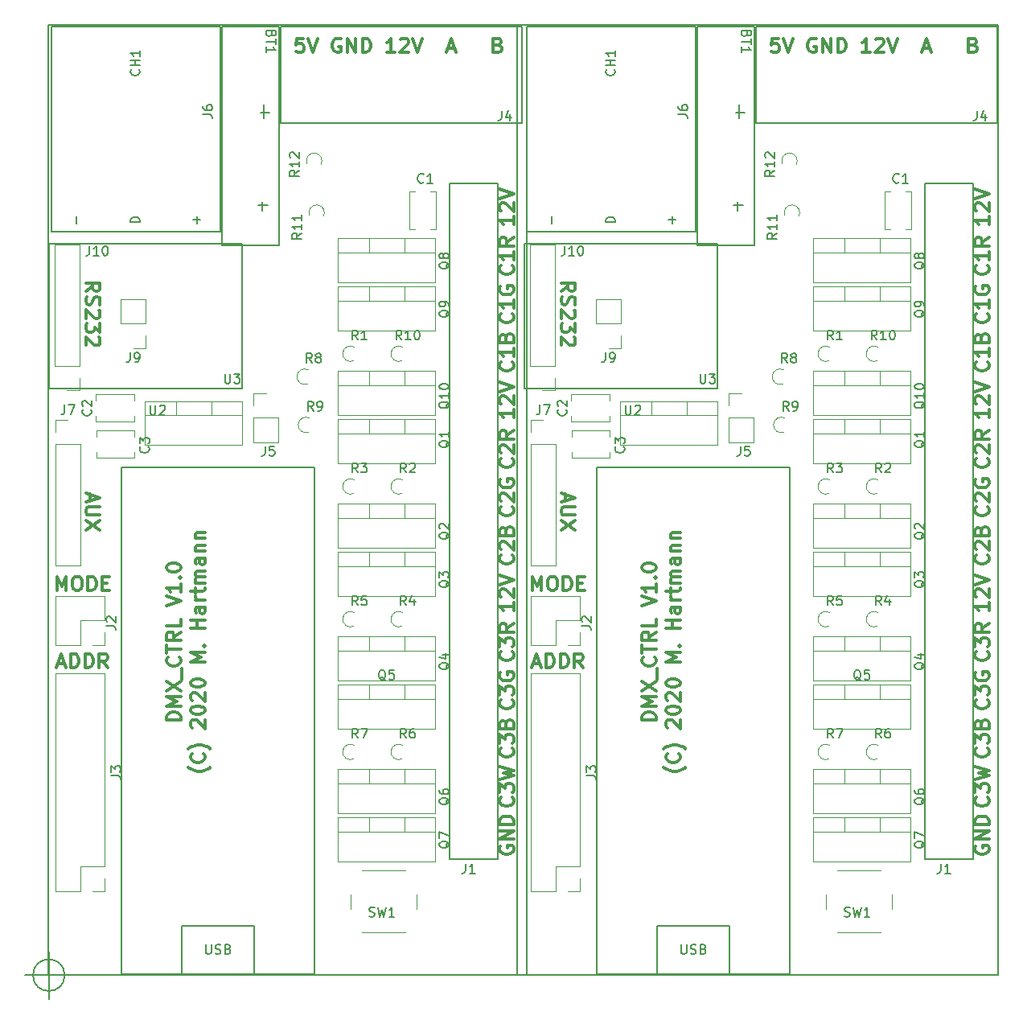
<source format=gbr>
%TF.GenerationSoftware,KiCad,Pcbnew,(5.0.2)-1*%
%TF.CreationDate,2020-01-22T19:31:57-08:00*%
%TF.ProjectId,noname.kicad_pcb_panel_x2,6e6f6e61-6d65-42e6-9b69-6361645f7063,rev?*%
%TF.SameCoordinates,PX4c4b400PY8f0d180*%
%TF.FileFunction,Legend,Top*%
%TF.FilePolarity,Positive*%
%FSLAX46Y46*%
G04 Gerber Fmt 4.6, Leading zero omitted, Abs format (unit mm)*
G04 Created by KiCad (PCBNEW (5.0.2)-1) date 1/22/2020 7:31:57 PM*
%MOMM*%
%LPD*%
G01*
G04 APERTURE LIST*
%ADD10C,0.150000*%
%ADD11C,0.200000*%
%ADD12C,0.300000*%
%ADD13C,0.120000*%
G04 APERTURE END LIST*
D10*
X100000000Y0D02*
X0Y0D01*
X100000000Y100000000D02*
X100000000Y0D01*
X0Y100000000D02*
X100000000Y100000000D01*
X0Y0D02*
X0Y100000000D01*
D11*
X50366000Y99804000D02*
X50366000Y-18000D01*
X49330000Y99778000D02*
X49330000Y-44000D01*
D12*
X26848285Y98567429D02*
X26133999Y98567429D01*
X26062571Y97853143D01*
X26133999Y97924572D01*
X26276857Y97996000D01*
X26633999Y97996000D01*
X26776857Y97924572D01*
X26848285Y97853143D01*
X26919714Y97710286D01*
X26919714Y97353143D01*
X26848285Y97210286D01*
X26776857Y97138858D01*
X26633999Y97067429D01*
X26276857Y97067429D01*
X26133999Y97138858D01*
X26062571Y97210286D01*
X27348285Y98567429D02*
X27848285Y97067429D01*
X28348285Y98567429D01*
X30776857Y98496000D02*
X30633999Y98567429D01*
X30419714Y98567429D01*
X30205428Y98496000D01*
X30062571Y98353143D01*
X29991142Y98210286D01*
X29919714Y97924572D01*
X29919714Y97710286D01*
X29991142Y97424572D01*
X30062571Y97281715D01*
X30205428Y97138858D01*
X30419714Y97067429D01*
X30562571Y97067429D01*
X30776857Y97138858D01*
X30848285Y97210286D01*
X30848285Y97710286D01*
X30562571Y97710286D01*
X31491142Y97067429D02*
X31491142Y98567429D01*
X32348285Y97067429D01*
X32348285Y98567429D01*
X33062571Y97067429D02*
X33062571Y98567429D01*
X33419714Y98567429D01*
X33633999Y98496000D01*
X33776857Y98353143D01*
X33848285Y98210286D01*
X33919714Y97924572D01*
X33919714Y97710286D01*
X33848285Y97424572D01*
X33776857Y97281715D01*
X33633999Y97138858D01*
X33419714Y97067429D01*
X33062571Y97067429D01*
X36491142Y97067429D02*
X35633999Y97067429D01*
X36062571Y97067429D02*
X36062571Y98567429D01*
X35919714Y98353143D01*
X35776857Y98210286D01*
X35633999Y98138858D01*
X37062571Y98424572D02*
X37133999Y98496000D01*
X37276857Y98567429D01*
X37633999Y98567429D01*
X37776857Y98496000D01*
X37848285Y98424572D01*
X37919714Y98281715D01*
X37919714Y98138858D01*
X37848285Y97924572D01*
X36991142Y97067429D01*
X37919714Y97067429D01*
X38348285Y98567429D02*
X38848285Y97067429D01*
X39348285Y98567429D01*
X42062571Y97496000D02*
X42776857Y97496000D01*
X41919714Y97067429D02*
X42419714Y98567429D01*
X42919714Y97067429D01*
X47348285Y97853143D02*
X47562571Y97781715D01*
X47633999Y97710286D01*
X47705428Y97567429D01*
X47705428Y97353143D01*
X47633999Y97210286D01*
X47562571Y97138858D01*
X47419714Y97067429D01*
X46848285Y97067429D01*
X46848285Y98567429D01*
X47348285Y98567429D01*
X47491142Y98496000D01*
X47562571Y98424572D01*
X47633999Y98281715D01*
X47633999Y98138858D01*
X47562571Y97996000D01*
X47491142Y97924572D01*
X47348285Y97853143D01*
X46848285Y97853143D01*
X3947428Y71944858D02*
X4661714Y72444858D01*
X3947428Y72802000D02*
X5447428Y72802000D01*
X5447428Y72230572D01*
X5376000Y72087715D01*
X5304571Y72016286D01*
X5161714Y71944858D01*
X4947428Y71944858D01*
X4804571Y72016286D01*
X4733142Y72087715D01*
X4661714Y72230572D01*
X4661714Y72802000D01*
X4018857Y71373429D02*
X3947428Y71159143D01*
X3947428Y70802000D01*
X4018857Y70659143D01*
X4090285Y70587715D01*
X4233142Y70516286D01*
X4376000Y70516286D01*
X4518857Y70587715D01*
X4590285Y70659143D01*
X4661714Y70802000D01*
X4733142Y71087715D01*
X4804571Y71230572D01*
X4876000Y71302000D01*
X5018857Y71373429D01*
X5161714Y71373429D01*
X5304571Y71302000D01*
X5376000Y71230572D01*
X5447428Y71087715D01*
X5447428Y70730572D01*
X5376000Y70516286D01*
X5304571Y69944858D02*
X5376000Y69873429D01*
X5447428Y69730572D01*
X5447428Y69373429D01*
X5376000Y69230572D01*
X5304571Y69159143D01*
X5161714Y69087715D01*
X5018857Y69087715D01*
X4804571Y69159143D01*
X3947428Y70016286D01*
X3947428Y69087715D01*
X5447428Y68587715D02*
X5447428Y67659143D01*
X4876000Y68159143D01*
X4876000Y67944858D01*
X4804571Y67802000D01*
X4733142Y67730572D01*
X4590285Y67659143D01*
X4233142Y67659143D01*
X4090285Y67730572D01*
X4018857Y67802000D01*
X3947428Y67944858D01*
X3947428Y68373429D01*
X4018857Y68516286D01*
X4090285Y68587715D01*
X5304571Y67087715D02*
X5376000Y67016286D01*
X5447428Y66873429D01*
X5447428Y66516286D01*
X5376000Y66373429D01*
X5304571Y66302000D01*
X5161714Y66230572D01*
X5018857Y66230572D01*
X4804571Y66302000D01*
X3947428Y67159143D01*
X3947428Y66230572D01*
X4376000Y50581143D02*
X4376000Y49866858D01*
X3947428Y50724000D02*
X5447428Y50224000D01*
X3947428Y49724000D01*
X5447428Y49224000D02*
X4233142Y49224000D01*
X4090285Y49152572D01*
X4018857Y49081143D01*
X3947428Y48938286D01*
X3947428Y48652572D01*
X4018857Y48509715D01*
X4090285Y48438286D01*
X4233142Y48366858D01*
X5447428Y48366858D01*
X5447428Y47795429D02*
X3947428Y46795429D01*
X5447428Y46795429D02*
X3947428Y47795429D01*
X48849714Y18660858D02*
X48921142Y18589429D01*
X48992571Y18375143D01*
X48992571Y18232286D01*
X48921142Y18018000D01*
X48778285Y17875143D01*
X48635428Y17803715D01*
X48349714Y17732286D01*
X48135428Y17732286D01*
X47849714Y17803715D01*
X47706857Y17875143D01*
X47564000Y18018000D01*
X47492571Y18232286D01*
X47492571Y18375143D01*
X47564000Y18589429D01*
X47635428Y18660858D01*
X47492571Y19160858D02*
X47492571Y20089429D01*
X48064000Y19589429D01*
X48064000Y19803715D01*
X48135428Y19946572D01*
X48206857Y20018000D01*
X48349714Y20089429D01*
X48706857Y20089429D01*
X48849714Y20018000D01*
X48921142Y19946572D01*
X48992571Y19803715D01*
X48992571Y19375143D01*
X48921142Y19232286D01*
X48849714Y19160858D01*
X47492571Y20589429D02*
X48992571Y20946572D01*
X47921142Y21232286D01*
X48992571Y21518000D01*
X47492571Y21875143D01*
X48849714Y23848000D02*
X48921142Y23776572D01*
X48992571Y23562286D01*
X48992571Y23419429D01*
X48921142Y23205143D01*
X48778285Y23062286D01*
X48635428Y22990858D01*
X48349714Y22919429D01*
X48135428Y22919429D01*
X47849714Y22990858D01*
X47706857Y23062286D01*
X47564000Y23205143D01*
X47492571Y23419429D01*
X47492571Y23562286D01*
X47564000Y23776572D01*
X47635428Y23848000D01*
X47492571Y24348000D02*
X47492571Y25276572D01*
X48064000Y24776572D01*
X48064000Y24990858D01*
X48135428Y25133715D01*
X48206857Y25205143D01*
X48349714Y25276572D01*
X48706857Y25276572D01*
X48849714Y25205143D01*
X48921142Y25133715D01*
X48992571Y24990858D01*
X48992571Y24562286D01*
X48921142Y24419429D01*
X48849714Y24348000D01*
X48206857Y26419429D02*
X48278285Y26633715D01*
X48349714Y26705143D01*
X48492571Y26776572D01*
X48706857Y26776572D01*
X48849714Y26705143D01*
X48921142Y26633715D01*
X48992571Y26490858D01*
X48992571Y25919429D01*
X47492571Y25919429D01*
X47492571Y26419429D01*
X47564000Y26562286D01*
X47635428Y26633715D01*
X47778285Y26705143D01*
X47921142Y26705143D01*
X48064000Y26633715D01*
X48135428Y26562286D01*
X48206857Y26419429D01*
X48206857Y25919429D01*
X48849714Y28928000D02*
X48921142Y28856572D01*
X48992571Y28642286D01*
X48992571Y28499429D01*
X48921142Y28285143D01*
X48778285Y28142286D01*
X48635428Y28070858D01*
X48349714Y27999429D01*
X48135428Y27999429D01*
X47849714Y28070858D01*
X47706857Y28142286D01*
X47564000Y28285143D01*
X47492571Y28499429D01*
X47492571Y28642286D01*
X47564000Y28856572D01*
X47635428Y28928000D01*
X47492571Y29428000D02*
X47492571Y30356572D01*
X48064000Y29856572D01*
X48064000Y30070858D01*
X48135428Y30213715D01*
X48206857Y30285143D01*
X48349714Y30356572D01*
X48706857Y30356572D01*
X48849714Y30285143D01*
X48921142Y30213715D01*
X48992571Y30070858D01*
X48992571Y29642286D01*
X48921142Y29499429D01*
X48849714Y29428000D01*
X47564000Y31785143D02*
X47492571Y31642286D01*
X47492571Y31428000D01*
X47564000Y31213715D01*
X47706857Y31070858D01*
X47849714Y30999429D01*
X48135428Y30928000D01*
X48349714Y30928000D01*
X48635428Y30999429D01*
X48778285Y31070858D01*
X48921142Y31213715D01*
X48992571Y31428000D01*
X48992571Y31570858D01*
X48921142Y31785143D01*
X48849714Y31856572D01*
X48349714Y31856572D01*
X48349714Y31570858D01*
X48849714Y34008000D02*
X48921142Y33936572D01*
X48992571Y33722286D01*
X48992571Y33579429D01*
X48921142Y33365143D01*
X48778285Y33222286D01*
X48635428Y33150858D01*
X48349714Y33079429D01*
X48135428Y33079429D01*
X47849714Y33150858D01*
X47706857Y33222286D01*
X47564000Y33365143D01*
X47492571Y33579429D01*
X47492571Y33722286D01*
X47564000Y33936572D01*
X47635428Y34008000D01*
X47492571Y34508000D02*
X47492571Y35436572D01*
X48064000Y34936572D01*
X48064000Y35150858D01*
X48135428Y35293715D01*
X48206857Y35365143D01*
X48349714Y35436572D01*
X48706857Y35436572D01*
X48849714Y35365143D01*
X48921142Y35293715D01*
X48992571Y35150858D01*
X48992571Y34722286D01*
X48921142Y34579429D01*
X48849714Y34508000D01*
X48992571Y36936572D02*
X48278285Y36436572D01*
X48992571Y36079429D02*
X47492571Y36079429D01*
X47492571Y36650858D01*
X47564000Y36793715D01*
X47635428Y36865143D01*
X47778285Y36936572D01*
X47992571Y36936572D01*
X48135428Y36865143D01*
X48206857Y36793715D01*
X48278285Y36650858D01*
X48278285Y36079429D01*
X47564000Y13545143D02*
X47492571Y13402286D01*
X47492571Y13188000D01*
X47564000Y12973715D01*
X47706857Y12830858D01*
X47849714Y12759429D01*
X48135428Y12688000D01*
X48349714Y12688000D01*
X48635428Y12759429D01*
X48778285Y12830858D01*
X48921142Y12973715D01*
X48992571Y13188000D01*
X48992571Y13330858D01*
X48921142Y13545143D01*
X48849714Y13616572D01*
X48349714Y13616572D01*
X48349714Y13330858D01*
X48992571Y14259429D02*
X47492571Y14259429D01*
X48992571Y15116572D01*
X47492571Y15116572D01*
X48992571Y15830858D02*
X47492571Y15830858D01*
X47492571Y16188000D01*
X47564000Y16402286D01*
X47706857Y16545143D01*
X47849714Y16616572D01*
X48135428Y16688000D01*
X48349714Y16688000D01*
X48635428Y16616572D01*
X48778285Y16545143D01*
X48921142Y16402286D01*
X48992571Y16188000D01*
X48992571Y15830858D01*
X48992571Y39159429D02*
X48992571Y38302286D01*
X48992571Y38730858D02*
X47492571Y38730858D01*
X47706857Y38588000D01*
X47849714Y38445143D01*
X47921142Y38302286D01*
X47635428Y39730858D02*
X47564000Y39802286D01*
X47492571Y39945143D01*
X47492571Y40302286D01*
X47564000Y40445143D01*
X47635428Y40516572D01*
X47778285Y40588000D01*
X47921142Y40588000D01*
X48135428Y40516572D01*
X48992571Y39659429D01*
X48992571Y40588000D01*
X47492571Y41016572D02*
X48992571Y41516572D01*
X47492571Y42016572D01*
X48849714Y44168000D02*
X48921142Y44096572D01*
X48992571Y43882286D01*
X48992571Y43739429D01*
X48921142Y43525143D01*
X48778285Y43382286D01*
X48635428Y43310858D01*
X48349714Y43239429D01*
X48135428Y43239429D01*
X47849714Y43310858D01*
X47706857Y43382286D01*
X47564000Y43525143D01*
X47492571Y43739429D01*
X47492571Y43882286D01*
X47564000Y44096572D01*
X47635428Y44168000D01*
X47635428Y44739429D02*
X47564000Y44810858D01*
X47492571Y44953715D01*
X47492571Y45310858D01*
X47564000Y45453715D01*
X47635428Y45525143D01*
X47778285Y45596572D01*
X47921142Y45596572D01*
X48135428Y45525143D01*
X48992571Y44668000D01*
X48992571Y45596572D01*
X48206857Y46739429D02*
X48278285Y46953715D01*
X48349714Y47025143D01*
X48492571Y47096572D01*
X48706857Y47096572D01*
X48849714Y47025143D01*
X48921142Y46953715D01*
X48992571Y46810858D01*
X48992571Y46239429D01*
X47492571Y46239429D01*
X47492571Y46739429D01*
X47564000Y46882286D01*
X47635428Y46953715D01*
X47778285Y47025143D01*
X47921142Y47025143D01*
X48064000Y46953715D01*
X48135428Y46882286D01*
X48206857Y46739429D01*
X48206857Y46239429D01*
X48849714Y49248000D02*
X48921142Y49176572D01*
X48992571Y48962286D01*
X48992571Y48819429D01*
X48921142Y48605143D01*
X48778285Y48462286D01*
X48635428Y48390858D01*
X48349714Y48319429D01*
X48135428Y48319429D01*
X47849714Y48390858D01*
X47706857Y48462286D01*
X47564000Y48605143D01*
X47492571Y48819429D01*
X47492571Y48962286D01*
X47564000Y49176572D01*
X47635428Y49248000D01*
X47635428Y49819429D02*
X47564000Y49890858D01*
X47492571Y50033715D01*
X47492571Y50390858D01*
X47564000Y50533715D01*
X47635428Y50605143D01*
X47778285Y50676572D01*
X47921142Y50676572D01*
X48135428Y50605143D01*
X48992571Y49748000D01*
X48992571Y50676572D01*
X47564000Y52105143D02*
X47492571Y51962286D01*
X47492571Y51748000D01*
X47564000Y51533715D01*
X47706857Y51390858D01*
X47849714Y51319429D01*
X48135428Y51248000D01*
X48349714Y51248000D01*
X48635428Y51319429D01*
X48778285Y51390858D01*
X48921142Y51533715D01*
X48992571Y51748000D01*
X48992571Y51890858D01*
X48921142Y52105143D01*
X48849714Y52176572D01*
X48349714Y52176572D01*
X48349714Y51890858D01*
X48849714Y54328000D02*
X48921142Y54256572D01*
X48992571Y54042286D01*
X48992571Y53899429D01*
X48921142Y53685143D01*
X48778285Y53542286D01*
X48635428Y53470858D01*
X48349714Y53399429D01*
X48135428Y53399429D01*
X47849714Y53470858D01*
X47706857Y53542286D01*
X47564000Y53685143D01*
X47492571Y53899429D01*
X47492571Y54042286D01*
X47564000Y54256572D01*
X47635428Y54328000D01*
X47635428Y54899429D02*
X47564000Y54970858D01*
X47492571Y55113715D01*
X47492571Y55470858D01*
X47564000Y55613715D01*
X47635428Y55685143D01*
X47778285Y55756572D01*
X47921142Y55756572D01*
X48135428Y55685143D01*
X48992571Y54828000D01*
X48992571Y55756572D01*
X48992571Y57256572D02*
X48278285Y56756572D01*
X48992571Y56399429D02*
X47492571Y56399429D01*
X47492571Y56970858D01*
X47564000Y57113715D01*
X47635428Y57185143D01*
X47778285Y57256572D01*
X47992571Y57256572D01*
X48135428Y57185143D01*
X48206857Y57113715D01*
X48278285Y56970858D01*
X48278285Y56399429D01*
X48992571Y59479429D02*
X48992571Y58622286D01*
X48992571Y59050858D02*
X47492571Y59050858D01*
X47706857Y58908000D01*
X47849714Y58765143D01*
X47921142Y58622286D01*
X47635428Y60050858D02*
X47564000Y60122286D01*
X47492571Y60265143D01*
X47492571Y60622286D01*
X47564000Y60765143D01*
X47635428Y60836572D01*
X47778285Y60908000D01*
X47921142Y60908000D01*
X48135428Y60836572D01*
X48992571Y59979429D01*
X48992571Y60908000D01*
X47492571Y61336572D02*
X48992571Y61836572D01*
X47492571Y62336572D01*
X48849714Y64488000D02*
X48921142Y64416572D01*
X48992571Y64202286D01*
X48992571Y64059429D01*
X48921142Y63845143D01*
X48778285Y63702286D01*
X48635428Y63630858D01*
X48349714Y63559429D01*
X48135428Y63559429D01*
X47849714Y63630858D01*
X47706857Y63702286D01*
X47564000Y63845143D01*
X47492571Y64059429D01*
X47492571Y64202286D01*
X47564000Y64416572D01*
X47635428Y64488000D01*
X48992571Y65916572D02*
X48992571Y65059429D01*
X48992571Y65488000D02*
X47492571Y65488000D01*
X47706857Y65345143D01*
X47849714Y65202286D01*
X47921142Y65059429D01*
X48206857Y67059429D02*
X48278285Y67273715D01*
X48349714Y67345143D01*
X48492571Y67416572D01*
X48706857Y67416572D01*
X48849714Y67345143D01*
X48921142Y67273715D01*
X48992571Y67130858D01*
X48992571Y66559429D01*
X47492571Y66559429D01*
X47492571Y67059429D01*
X47564000Y67202286D01*
X47635428Y67273715D01*
X47778285Y67345143D01*
X47921142Y67345143D01*
X48064000Y67273715D01*
X48135428Y67202286D01*
X48206857Y67059429D01*
X48206857Y66559429D01*
X48849714Y69568000D02*
X48921142Y69496572D01*
X48992571Y69282286D01*
X48992571Y69139429D01*
X48921142Y68925143D01*
X48778285Y68782286D01*
X48635428Y68710858D01*
X48349714Y68639429D01*
X48135428Y68639429D01*
X47849714Y68710858D01*
X47706857Y68782286D01*
X47564000Y68925143D01*
X47492571Y69139429D01*
X47492571Y69282286D01*
X47564000Y69496572D01*
X47635428Y69568000D01*
X48992571Y70996572D02*
X48992571Y70139429D01*
X48992571Y70568000D02*
X47492571Y70568000D01*
X47706857Y70425143D01*
X47849714Y70282286D01*
X47921142Y70139429D01*
X47564000Y72425143D02*
X47492571Y72282286D01*
X47492571Y72068000D01*
X47564000Y71853715D01*
X47706857Y71710858D01*
X47849714Y71639429D01*
X48135428Y71568000D01*
X48349714Y71568000D01*
X48635428Y71639429D01*
X48778285Y71710858D01*
X48921142Y71853715D01*
X48992571Y72068000D01*
X48992571Y72210858D01*
X48921142Y72425143D01*
X48849714Y72496572D01*
X48349714Y72496572D01*
X48349714Y72210858D01*
X48849714Y74648000D02*
X48921142Y74576572D01*
X48992571Y74362286D01*
X48992571Y74219429D01*
X48921142Y74005143D01*
X48778285Y73862286D01*
X48635428Y73790858D01*
X48349714Y73719429D01*
X48135428Y73719429D01*
X47849714Y73790858D01*
X47706857Y73862286D01*
X47564000Y74005143D01*
X47492571Y74219429D01*
X47492571Y74362286D01*
X47564000Y74576572D01*
X47635428Y74648000D01*
X48992571Y76076572D02*
X48992571Y75219429D01*
X48992571Y75648000D02*
X47492571Y75648000D01*
X47706857Y75505143D01*
X47849714Y75362286D01*
X47921142Y75219429D01*
X48992571Y77576572D02*
X48278285Y77076572D01*
X48992571Y76719429D02*
X47492571Y76719429D01*
X47492571Y77290858D01*
X47564000Y77433715D01*
X47635428Y77505143D01*
X47778285Y77576572D01*
X47992571Y77576572D01*
X48135428Y77505143D01*
X48206857Y77433715D01*
X48278285Y77290858D01*
X48278285Y76719429D01*
X48992571Y79799429D02*
X48992571Y78942286D01*
X48992571Y79370858D02*
X47492571Y79370858D01*
X47706857Y79228000D01*
X47849714Y79085143D01*
X47921142Y78942286D01*
X47635428Y80370858D02*
X47564000Y80442286D01*
X47492571Y80585143D01*
X47492571Y80942286D01*
X47564000Y81085143D01*
X47635428Y81156572D01*
X47778285Y81228000D01*
X47921142Y81228000D01*
X48135428Y81156572D01*
X48992571Y80299429D01*
X48992571Y81228000D01*
X47492571Y81656572D02*
X48992571Y82156572D01*
X47492571Y82656572D01*
X895714Y40425429D02*
X895714Y41925429D01*
X1395714Y40854000D01*
X1895714Y41925429D01*
X1895714Y40425429D01*
X2895714Y41925429D02*
X3181428Y41925429D01*
X3324285Y41854000D01*
X3467142Y41711143D01*
X3538571Y41425429D01*
X3538571Y40925429D01*
X3467142Y40639715D01*
X3324285Y40496858D01*
X3181428Y40425429D01*
X2895714Y40425429D01*
X2752857Y40496858D01*
X2610000Y40639715D01*
X2538571Y40925429D01*
X2538571Y41425429D01*
X2610000Y41711143D01*
X2752857Y41854000D01*
X2895714Y41925429D01*
X4181428Y40425429D02*
X4181428Y41925429D01*
X4538571Y41925429D01*
X4752857Y41854000D01*
X4895714Y41711143D01*
X4967142Y41568286D01*
X5038571Y41282572D01*
X5038571Y41068286D01*
X4967142Y40782572D01*
X4895714Y40639715D01*
X4752857Y40496858D01*
X4538571Y40425429D01*
X4181428Y40425429D01*
X5681428Y41211143D02*
X6181428Y41211143D01*
X6395714Y40425429D02*
X5681428Y40425429D01*
X5681428Y41925429D01*
X6395714Y41925429D01*
X1002857Y32726000D02*
X1717142Y32726000D01*
X860000Y32297429D02*
X1360000Y33797429D01*
X1860000Y32297429D01*
X2360000Y32297429D02*
X2360000Y33797429D01*
X2717142Y33797429D01*
X2931428Y33726000D01*
X3074285Y33583143D01*
X3145714Y33440286D01*
X3217142Y33154572D01*
X3217142Y32940286D01*
X3145714Y32654572D01*
X3074285Y32511715D01*
X2931428Y32368858D01*
X2717142Y32297429D01*
X2360000Y32297429D01*
X3860000Y32297429D02*
X3860000Y33797429D01*
X4217142Y33797429D01*
X4431428Y33726000D01*
X4574285Y33583143D01*
X4645714Y33440286D01*
X4717142Y33154572D01*
X4717142Y32940286D01*
X4645714Y32654572D01*
X4574285Y32511715D01*
X4431428Y32368858D01*
X4217142Y32297429D01*
X3860000Y32297429D01*
X6217142Y32297429D02*
X5717142Y33011715D01*
X5360000Y32297429D02*
X5360000Y33797429D01*
X5931428Y33797429D01*
X6074285Y33726000D01*
X6145714Y33654572D01*
X6217142Y33511715D01*
X6217142Y33297429D01*
X6145714Y33154572D01*
X6074285Y33083143D01*
X5931428Y33011715D01*
X5360000Y33011715D01*
X17052000Y21849143D02*
X16980571Y21777715D01*
X16766285Y21634858D01*
X16623428Y21563429D01*
X16409142Y21492000D01*
X16052000Y21420572D01*
X15766285Y21420572D01*
X15409142Y21492000D01*
X15194857Y21563429D01*
X15052000Y21634858D01*
X14837714Y21777715D01*
X14766285Y21849143D01*
X16337714Y23277715D02*
X16409142Y23206286D01*
X16480571Y22992000D01*
X16480571Y22849143D01*
X16409142Y22634858D01*
X16266285Y22492000D01*
X16123428Y22420572D01*
X15837714Y22349143D01*
X15623428Y22349143D01*
X15337714Y22420572D01*
X15194857Y22492000D01*
X15052000Y22634858D01*
X14980571Y22849143D01*
X14980571Y22992000D01*
X15052000Y23206286D01*
X15123428Y23277715D01*
X17052000Y23777715D02*
X16980571Y23849143D01*
X16766285Y23992000D01*
X16623428Y24063429D01*
X16409142Y24134858D01*
X16052000Y24206286D01*
X15766285Y24206286D01*
X15409142Y24134858D01*
X15194857Y24063429D01*
X15052000Y23992000D01*
X14837714Y23849143D01*
X14766285Y23777715D01*
X15123428Y25992000D02*
X15052000Y26063429D01*
X14980571Y26206286D01*
X14980571Y26563429D01*
X15052000Y26706286D01*
X15123428Y26777715D01*
X15266285Y26849143D01*
X15409142Y26849143D01*
X15623428Y26777715D01*
X16480571Y25920572D01*
X16480571Y26849143D01*
X14980571Y27777715D02*
X14980571Y27920572D01*
X15052000Y28063429D01*
X15123428Y28134858D01*
X15266285Y28206286D01*
X15552000Y28277715D01*
X15909142Y28277715D01*
X16194857Y28206286D01*
X16337714Y28134858D01*
X16409142Y28063429D01*
X16480571Y27920572D01*
X16480571Y27777715D01*
X16409142Y27634858D01*
X16337714Y27563429D01*
X16194857Y27492000D01*
X15909142Y27420572D01*
X15552000Y27420572D01*
X15266285Y27492000D01*
X15123428Y27563429D01*
X15052000Y27634858D01*
X14980571Y27777715D01*
X15123428Y28849143D02*
X15052000Y28920572D01*
X14980571Y29063429D01*
X14980571Y29420572D01*
X15052000Y29563429D01*
X15123428Y29634858D01*
X15266285Y29706286D01*
X15409142Y29706286D01*
X15623428Y29634858D01*
X16480571Y28777715D01*
X16480571Y29706286D01*
X14980571Y30634858D02*
X14980571Y30777715D01*
X15052000Y30920572D01*
X15123428Y30992000D01*
X15266285Y31063429D01*
X15552000Y31134858D01*
X15909142Y31134858D01*
X16194857Y31063429D01*
X16337714Y30992000D01*
X16409142Y30920572D01*
X16480571Y30777715D01*
X16480571Y30634858D01*
X16409142Y30492000D01*
X16337714Y30420572D01*
X16194857Y30349143D01*
X15909142Y30277715D01*
X15552000Y30277715D01*
X15266285Y30349143D01*
X15123428Y30420572D01*
X15052000Y30492000D01*
X14980571Y30634858D01*
X16480571Y32920572D02*
X14980571Y32920572D01*
X16052000Y33420572D01*
X14980571Y33920572D01*
X16480571Y33920572D01*
X16337714Y34634858D02*
X16409142Y34706286D01*
X16480571Y34634858D01*
X16409142Y34563429D01*
X16337714Y34634858D01*
X16480571Y34634858D01*
X16480571Y36492000D02*
X14980571Y36492000D01*
X15694857Y36492000D02*
X15694857Y37349143D01*
X16480571Y37349143D02*
X14980571Y37349143D01*
X16480571Y38706286D02*
X15694857Y38706286D01*
X15552000Y38634858D01*
X15480571Y38492000D01*
X15480571Y38206286D01*
X15552000Y38063429D01*
X16409142Y38706286D02*
X16480571Y38563429D01*
X16480571Y38206286D01*
X16409142Y38063429D01*
X16266285Y37992000D01*
X16123428Y37992000D01*
X15980571Y38063429D01*
X15909142Y38206286D01*
X15909142Y38563429D01*
X15837714Y38706286D01*
X16480571Y39420572D02*
X15480571Y39420572D01*
X15766285Y39420572D02*
X15623428Y39492000D01*
X15552000Y39563429D01*
X15480571Y39706286D01*
X15480571Y39849143D01*
X15480571Y40134858D02*
X15480571Y40706286D01*
X14980571Y40349143D02*
X16266285Y40349143D01*
X16409142Y40420572D01*
X16480571Y40563429D01*
X16480571Y40706286D01*
X16480571Y41206286D02*
X15480571Y41206286D01*
X15623428Y41206286D02*
X15552000Y41277715D01*
X15480571Y41420572D01*
X15480571Y41634858D01*
X15552000Y41777715D01*
X15694857Y41849143D01*
X16480571Y41849143D01*
X15694857Y41849143D02*
X15552000Y41920572D01*
X15480571Y42063429D01*
X15480571Y42277715D01*
X15552000Y42420572D01*
X15694857Y42492000D01*
X16480571Y42492000D01*
X16480571Y43849143D02*
X15694857Y43849143D01*
X15552000Y43777715D01*
X15480571Y43634858D01*
X15480571Y43349143D01*
X15552000Y43206286D01*
X16409142Y43849143D02*
X16480571Y43706286D01*
X16480571Y43349143D01*
X16409142Y43206286D01*
X16266285Y43134858D01*
X16123428Y43134858D01*
X15980571Y43206286D01*
X15909142Y43349143D01*
X15909142Y43706286D01*
X15837714Y43849143D01*
X15480571Y44563429D02*
X16480571Y44563429D01*
X15623428Y44563429D02*
X15552000Y44634858D01*
X15480571Y44777715D01*
X15480571Y44992000D01*
X15552000Y45134858D01*
X15694857Y45206286D01*
X16480571Y45206286D01*
X15480571Y45920572D02*
X16480571Y45920572D01*
X15623428Y45920572D02*
X15552000Y45992000D01*
X15480571Y46134858D01*
X15480571Y46349143D01*
X15552000Y46492000D01*
X15694857Y46563429D01*
X16480571Y46563429D01*
X13940571Y26793715D02*
X12440571Y26793715D01*
X12440571Y27150858D01*
X12512000Y27365143D01*
X12654857Y27508000D01*
X12797714Y27579429D01*
X13083428Y27650858D01*
X13297714Y27650858D01*
X13583428Y27579429D01*
X13726285Y27508000D01*
X13869142Y27365143D01*
X13940571Y27150858D01*
X13940571Y26793715D01*
X13940571Y28293715D02*
X12440571Y28293715D01*
X13512000Y28793715D01*
X12440571Y29293715D01*
X13940571Y29293715D01*
X12440571Y29865143D02*
X13940571Y30865143D01*
X12440571Y30865143D02*
X13940571Y29865143D01*
X14083428Y31079429D02*
X14083428Y32222286D01*
X13797714Y33436572D02*
X13869142Y33365143D01*
X13940571Y33150858D01*
X13940571Y33008000D01*
X13869142Y32793715D01*
X13726285Y32650858D01*
X13583428Y32579429D01*
X13297714Y32508000D01*
X13083428Y32508000D01*
X12797714Y32579429D01*
X12654857Y32650858D01*
X12512000Y32793715D01*
X12440571Y33008000D01*
X12440571Y33150858D01*
X12512000Y33365143D01*
X12583428Y33436572D01*
X12440571Y33865143D02*
X12440571Y34722286D01*
X13940571Y34293715D02*
X12440571Y34293715D01*
X13940571Y36079429D02*
X13226285Y35579429D01*
X13940571Y35222286D02*
X12440571Y35222286D01*
X12440571Y35793715D01*
X12512000Y35936572D01*
X12583428Y36008000D01*
X12726285Y36079429D01*
X12940571Y36079429D01*
X13083428Y36008000D01*
X13154857Y35936572D01*
X13226285Y35793715D01*
X13226285Y35222286D01*
X13940571Y37436572D02*
X13940571Y36722286D01*
X12440571Y36722286D01*
X12440571Y38865143D02*
X13940571Y39365143D01*
X12440571Y39865143D01*
X13940571Y41150858D02*
X13940571Y40293715D01*
X13940571Y40722286D02*
X12440571Y40722286D01*
X12654857Y40579429D01*
X12797714Y40436572D01*
X12869142Y40293715D01*
X13797714Y41793715D02*
X13869142Y41865143D01*
X13940571Y41793715D01*
X13869142Y41722286D01*
X13797714Y41793715D01*
X13940571Y41793715D01*
X12440571Y42793715D02*
X12440571Y42936572D01*
X12512000Y43079429D01*
X12583428Y43150858D01*
X12726285Y43222286D01*
X13012000Y43293715D01*
X13369142Y43293715D01*
X13654857Y43222286D01*
X13797714Y43150858D01*
X13869142Y43079429D01*
X13940571Y42936572D01*
X13940571Y42793715D01*
X13869142Y42650858D01*
X13797714Y42579429D01*
X13654857Y42508000D01*
X13369142Y42436572D01*
X13012000Y42436572D01*
X12726285Y42508000D01*
X12583428Y42579429D01*
X12512000Y42650858D01*
X12440571Y42793715D01*
D10*
X1720666Y-44000D02*
G75*
G03X1720666Y-44000I-1666666J0D01*
G01*
X-2446000Y-44000D02*
X2554000Y-44000D01*
X54000Y2456000D02*
X54000Y-2544000D01*
D12*
X76886285Y98567429D02*
X76172000Y98567429D01*
X76100571Y97853143D01*
X76172000Y97924572D01*
X76314857Y97996000D01*
X76672000Y97996000D01*
X76814857Y97924572D01*
X76886285Y97853143D01*
X76957714Y97710286D01*
X76957714Y97353143D01*
X76886285Y97210286D01*
X76814857Y97138858D01*
X76672000Y97067429D01*
X76314857Y97067429D01*
X76172000Y97138858D01*
X76100571Y97210286D01*
X77386285Y98567429D02*
X77886285Y97067429D01*
X78386285Y98567429D01*
X80814857Y98496000D02*
X80672000Y98567429D01*
X80457714Y98567429D01*
X80243428Y98496000D01*
X80100571Y98353143D01*
X80029142Y98210286D01*
X79957714Y97924572D01*
X79957714Y97710286D01*
X80029142Y97424572D01*
X80100571Y97281715D01*
X80243428Y97138858D01*
X80457714Y97067429D01*
X80600571Y97067429D01*
X80814857Y97138858D01*
X80886285Y97210286D01*
X80886285Y97710286D01*
X80600571Y97710286D01*
X81529142Y97067429D02*
X81529142Y98567429D01*
X82386285Y97067429D01*
X82386285Y98567429D01*
X83100571Y97067429D02*
X83100571Y98567429D01*
X83457714Y98567429D01*
X83672000Y98496000D01*
X83814857Y98353143D01*
X83886285Y98210286D01*
X83957714Y97924572D01*
X83957714Y97710286D01*
X83886285Y97424572D01*
X83814857Y97281715D01*
X83672000Y97138858D01*
X83457714Y97067429D01*
X83100571Y97067429D01*
X86529142Y97067429D02*
X85672000Y97067429D01*
X86100571Y97067429D02*
X86100571Y98567429D01*
X85957714Y98353143D01*
X85814857Y98210286D01*
X85672000Y98138858D01*
X87100571Y98424572D02*
X87172000Y98496000D01*
X87314857Y98567429D01*
X87672000Y98567429D01*
X87814857Y98496000D01*
X87886285Y98424572D01*
X87957714Y98281715D01*
X87957714Y98138858D01*
X87886285Y97924572D01*
X87029142Y97067429D01*
X87957714Y97067429D01*
X88386285Y98567429D02*
X88886285Y97067429D01*
X89386285Y98567429D01*
X92100571Y97496000D02*
X92814857Y97496000D01*
X91957714Y97067429D02*
X92457714Y98567429D01*
X92957714Y97067429D01*
X97386285Y97853143D02*
X97600571Y97781715D01*
X97672000Y97710286D01*
X97743428Y97567429D01*
X97743428Y97353143D01*
X97672000Y97210286D01*
X97600571Y97138858D01*
X97457714Y97067429D01*
X96886285Y97067429D01*
X96886285Y98567429D01*
X97386285Y98567429D01*
X97529142Y98496000D01*
X97600571Y98424572D01*
X97672000Y98281715D01*
X97672000Y98138858D01*
X97600571Y97996000D01*
X97529142Y97924572D01*
X97386285Y97853143D01*
X96886285Y97853143D01*
X53985428Y71944858D02*
X54699714Y72444858D01*
X53985428Y72802000D02*
X55485428Y72802000D01*
X55485428Y72230572D01*
X55414000Y72087715D01*
X55342571Y72016286D01*
X55199714Y71944858D01*
X54985428Y71944858D01*
X54842571Y72016286D01*
X54771142Y72087715D01*
X54699714Y72230572D01*
X54699714Y72802000D01*
X54056857Y71373429D02*
X53985428Y71159143D01*
X53985428Y70802000D01*
X54056857Y70659143D01*
X54128285Y70587715D01*
X54271142Y70516286D01*
X54414000Y70516286D01*
X54556857Y70587715D01*
X54628285Y70659143D01*
X54699714Y70802000D01*
X54771142Y71087715D01*
X54842571Y71230572D01*
X54914000Y71302000D01*
X55056857Y71373429D01*
X55199714Y71373429D01*
X55342571Y71302000D01*
X55414000Y71230572D01*
X55485428Y71087715D01*
X55485428Y70730572D01*
X55414000Y70516286D01*
X55342571Y69944858D02*
X55414000Y69873429D01*
X55485428Y69730572D01*
X55485428Y69373429D01*
X55414000Y69230572D01*
X55342571Y69159143D01*
X55199714Y69087715D01*
X55056857Y69087715D01*
X54842571Y69159143D01*
X53985428Y70016286D01*
X53985428Y69087715D01*
X55485428Y68587715D02*
X55485428Y67659143D01*
X54914000Y68159143D01*
X54914000Y67944858D01*
X54842571Y67802000D01*
X54771142Y67730572D01*
X54628285Y67659143D01*
X54271142Y67659143D01*
X54128285Y67730572D01*
X54056857Y67802000D01*
X53985428Y67944858D01*
X53985428Y68373429D01*
X54056857Y68516286D01*
X54128285Y68587715D01*
X55342571Y67087715D02*
X55414000Y67016286D01*
X55485428Y66873429D01*
X55485428Y66516286D01*
X55414000Y66373429D01*
X55342571Y66302000D01*
X55199714Y66230572D01*
X55056857Y66230572D01*
X54842571Y66302000D01*
X53985428Y67159143D01*
X53985428Y66230572D01*
X54414000Y50581143D02*
X54414000Y49866858D01*
X53985428Y50724000D02*
X55485428Y50224000D01*
X53985428Y49724000D01*
X55485428Y49224000D02*
X54271142Y49224000D01*
X54128285Y49152572D01*
X54056857Y49081143D01*
X53985428Y48938286D01*
X53985428Y48652572D01*
X54056857Y48509715D01*
X54128285Y48438286D01*
X54271142Y48366858D01*
X55485428Y48366858D01*
X55485428Y47795429D02*
X53985428Y46795429D01*
X55485428Y46795429D02*
X53985428Y47795429D01*
X98887714Y18660858D02*
X98959142Y18589429D01*
X99030571Y18375143D01*
X99030571Y18232286D01*
X98959142Y18018000D01*
X98816285Y17875143D01*
X98673428Y17803715D01*
X98387714Y17732286D01*
X98173428Y17732286D01*
X97887714Y17803715D01*
X97744857Y17875143D01*
X97602000Y18018000D01*
X97530571Y18232286D01*
X97530571Y18375143D01*
X97602000Y18589429D01*
X97673428Y18660858D01*
X97530571Y19160858D02*
X97530571Y20089429D01*
X98102000Y19589429D01*
X98102000Y19803715D01*
X98173428Y19946572D01*
X98244857Y20018000D01*
X98387714Y20089429D01*
X98744857Y20089429D01*
X98887714Y20018000D01*
X98959142Y19946572D01*
X99030571Y19803715D01*
X99030571Y19375143D01*
X98959142Y19232286D01*
X98887714Y19160858D01*
X97530571Y20589429D02*
X99030571Y20946572D01*
X97959142Y21232286D01*
X99030571Y21518000D01*
X97530571Y21875143D01*
X98887714Y23848000D02*
X98959142Y23776572D01*
X99030571Y23562286D01*
X99030571Y23419429D01*
X98959142Y23205143D01*
X98816285Y23062286D01*
X98673428Y22990858D01*
X98387714Y22919429D01*
X98173428Y22919429D01*
X97887714Y22990858D01*
X97744857Y23062286D01*
X97602000Y23205143D01*
X97530571Y23419429D01*
X97530571Y23562286D01*
X97602000Y23776572D01*
X97673428Y23848000D01*
X97530571Y24348000D02*
X97530571Y25276572D01*
X98102000Y24776572D01*
X98102000Y24990858D01*
X98173428Y25133715D01*
X98244857Y25205143D01*
X98387714Y25276572D01*
X98744857Y25276572D01*
X98887714Y25205143D01*
X98959142Y25133715D01*
X99030571Y24990858D01*
X99030571Y24562286D01*
X98959142Y24419429D01*
X98887714Y24348000D01*
X98244857Y26419429D02*
X98316285Y26633715D01*
X98387714Y26705143D01*
X98530571Y26776572D01*
X98744857Y26776572D01*
X98887714Y26705143D01*
X98959142Y26633715D01*
X99030571Y26490858D01*
X99030571Y25919429D01*
X97530571Y25919429D01*
X97530571Y26419429D01*
X97602000Y26562286D01*
X97673428Y26633715D01*
X97816285Y26705143D01*
X97959142Y26705143D01*
X98102000Y26633715D01*
X98173428Y26562286D01*
X98244857Y26419429D01*
X98244857Y25919429D01*
X98887714Y28928000D02*
X98959142Y28856572D01*
X99030571Y28642286D01*
X99030571Y28499429D01*
X98959142Y28285143D01*
X98816285Y28142286D01*
X98673428Y28070858D01*
X98387714Y27999429D01*
X98173428Y27999429D01*
X97887714Y28070858D01*
X97744857Y28142286D01*
X97602000Y28285143D01*
X97530571Y28499429D01*
X97530571Y28642286D01*
X97602000Y28856572D01*
X97673428Y28928000D01*
X97530571Y29428000D02*
X97530571Y30356572D01*
X98102000Y29856572D01*
X98102000Y30070858D01*
X98173428Y30213715D01*
X98244857Y30285143D01*
X98387714Y30356572D01*
X98744857Y30356572D01*
X98887714Y30285143D01*
X98959142Y30213715D01*
X99030571Y30070858D01*
X99030571Y29642286D01*
X98959142Y29499429D01*
X98887714Y29428000D01*
X97602000Y31785143D02*
X97530571Y31642286D01*
X97530571Y31428000D01*
X97602000Y31213715D01*
X97744857Y31070858D01*
X97887714Y30999429D01*
X98173428Y30928000D01*
X98387714Y30928000D01*
X98673428Y30999429D01*
X98816285Y31070858D01*
X98959142Y31213715D01*
X99030571Y31428000D01*
X99030571Y31570858D01*
X98959142Y31785143D01*
X98887714Y31856572D01*
X98387714Y31856572D01*
X98387714Y31570858D01*
X98887714Y34008000D02*
X98959142Y33936572D01*
X99030571Y33722286D01*
X99030571Y33579429D01*
X98959142Y33365143D01*
X98816285Y33222286D01*
X98673428Y33150858D01*
X98387714Y33079429D01*
X98173428Y33079429D01*
X97887714Y33150858D01*
X97744857Y33222286D01*
X97602000Y33365143D01*
X97530571Y33579429D01*
X97530571Y33722286D01*
X97602000Y33936572D01*
X97673428Y34008000D01*
X97530571Y34508000D02*
X97530571Y35436572D01*
X98102000Y34936572D01*
X98102000Y35150858D01*
X98173428Y35293715D01*
X98244857Y35365143D01*
X98387714Y35436572D01*
X98744857Y35436572D01*
X98887714Y35365143D01*
X98959142Y35293715D01*
X99030571Y35150858D01*
X99030571Y34722286D01*
X98959142Y34579429D01*
X98887714Y34508000D01*
X99030571Y36936572D02*
X98316285Y36436572D01*
X99030571Y36079429D02*
X97530571Y36079429D01*
X97530571Y36650858D01*
X97602000Y36793715D01*
X97673428Y36865143D01*
X97816285Y36936572D01*
X98030571Y36936572D01*
X98173428Y36865143D01*
X98244857Y36793715D01*
X98316285Y36650858D01*
X98316285Y36079429D01*
X97602000Y13545143D02*
X97530571Y13402286D01*
X97530571Y13188000D01*
X97602000Y12973715D01*
X97744857Y12830858D01*
X97887714Y12759429D01*
X98173428Y12688000D01*
X98387714Y12688000D01*
X98673428Y12759429D01*
X98816285Y12830858D01*
X98959142Y12973715D01*
X99030571Y13188000D01*
X99030571Y13330858D01*
X98959142Y13545143D01*
X98887714Y13616572D01*
X98387714Y13616572D01*
X98387714Y13330858D01*
X99030571Y14259429D02*
X97530571Y14259429D01*
X99030571Y15116572D01*
X97530571Y15116572D01*
X99030571Y15830858D02*
X97530571Y15830858D01*
X97530571Y16188000D01*
X97602000Y16402286D01*
X97744857Y16545143D01*
X97887714Y16616572D01*
X98173428Y16688000D01*
X98387714Y16688000D01*
X98673428Y16616572D01*
X98816285Y16545143D01*
X98959142Y16402286D01*
X99030571Y16188000D01*
X99030571Y15830858D01*
X99030571Y39159429D02*
X99030571Y38302286D01*
X99030571Y38730858D02*
X97530571Y38730858D01*
X97744857Y38588000D01*
X97887714Y38445143D01*
X97959142Y38302286D01*
X97673428Y39730858D02*
X97602000Y39802286D01*
X97530571Y39945143D01*
X97530571Y40302286D01*
X97602000Y40445143D01*
X97673428Y40516572D01*
X97816285Y40588000D01*
X97959142Y40588000D01*
X98173428Y40516572D01*
X99030571Y39659429D01*
X99030571Y40588000D01*
X97530571Y41016572D02*
X99030571Y41516572D01*
X97530571Y42016572D01*
X98887714Y44168000D02*
X98959142Y44096572D01*
X99030571Y43882286D01*
X99030571Y43739429D01*
X98959142Y43525143D01*
X98816285Y43382286D01*
X98673428Y43310858D01*
X98387714Y43239429D01*
X98173428Y43239429D01*
X97887714Y43310858D01*
X97744857Y43382286D01*
X97602000Y43525143D01*
X97530571Y43739429D01*
X97530571Y43882286D01*
X97602000Y44096572D01*
X97673428Y44168000D01*
X97673428Y44739429D02*
X97602000Y44810858D01*
X97530571Y44953715D01*
X97530571Y45310858D01*
X97602000Y45453715D01*
X97673428Y45525143D01*
X97816285Y45596572D01*
X97959142Y45596572D01*
X98173428Y45525143D01*
X99030571Y44668000D01*
X99030571Y45596572D01*
X98244857Y46739429D02*
X98316285Y46953715D01*
X98387714Y47025143D01*
X98530571Y47096572D01*
X98744857Y47096572D01*
X98887714Y47025143D01*
X98959142Y46953715D01*
X99030571Y46810858D01*
X99030571Y46239429D01*
X97530571Y46239429D01*
X97530571Y46739429D01*
X97602000Y46882286D01*
X97673428Y46953715D01*
X97816285Y47025143D01*
X97959142Y47025143D01*
X98102000Y46953715D01*
X98173428Y46882286D01*
X98244857Y46739429D01*
X98244857Y46239429D01*
X98887714Y49248000D02*
X98959142Y49176572D01*
X99030571Y48962286D01*
X99030571Y48819429D01*
X98959142Y48605143D01*
X98816285Y48462286D01*
X98673428Y48390858D01*
X98387714Y48319429D01*
X98173428Y48319429D01*
X97887714Y48390858D01*
X97744857Y48462286D01*
X97602000Y48605143D01*
X97530571Y48819429D01*
X97530571Y48962286D01*
X97602000Y49176572D01*
X97673428Y49248000D01*
X97673428Y49819429D02*
X97602000Y49890858D01*
X97530571Y50033715D01*
X97530571Y50390858D01*
X97602000Y50533715D01*
X97673428Y50605143D01*
X97816285Y50676572D01*
X97959142Y50676572D01*
X98173428Y50605143D01*
X99030571Y49748000D01*
X99030571Y50676572D01*
X97602000Y52105143D02*
X97530571Y51962286D01*
X97530571Y51748000D01*
X97602000Y51533715D01*
X97744857Y51390858D01*
X97887714Y51319429D01*
X98173428Y51248000D01*
X98387714Y51248000D01*
X98673428Y51319429D01*
X98816285Y51390858D01*
X98959142Y51533715D01*
X99030571Y51748000D01*
X99030571Y51890858D01*
X98959142Y52105143D01*
X98887714Y52176572D01*
X98387714Y52176572D01*
X98387714Y51890858D01*
X98887714Y54328000D02*
X98959142Y54256572D01*
X99030571Y54042286D01*
X99030571Y53899429D01*
X98959142Y53685143D01*
X98816285Y53542286D01*
X98673428Y53470858D01*
X98387714Y53399429D01*
X98173428Y53399429D01*
X97887714Y53470858D01*
X97744857Y53542286D01*
X97602000Y53685143D01*
X97530571Y53899429D01*
X97530571Y54042286D01*
X97602000Y54256572D01*
X97673428Y54328000D01*
X97673428Y54899429D02*
X97602000Y54970858D01*
X97530571Y55113715D01*
X97530571Y55470858D01*
X97602000Y55613715D01*
X97673428Y55685143D01*
X97816285Y55756572D01*
X97959142Y55756572D01*
X98173428Y55685143D01*
X99030571Y54828000D01*
X99030571Y55756572D01*
X99030571Y57256572D02*
X98316285Y56756572D01*
X99030571Y56399429D02*
X97530571Y56399429D01*
X97530571Y56970858D01*
X97602000Y57113715D01*
X97673428Y57185143D01*
X97816285Y57256572D01*
X98030571Y57256572D01*
X98173428Y57185143D01*
X98244857Y57113715D01*
X98316285Y56970858D01*
X98316285Y56399429D01*
X99030571Y59479429D02*
X99030571Y58622286D01*
X99030571Y59050858D02*
X97530571Y59050858D01*
X97744857Y58908000D01*
X97887714Y58765143D01*
X97959142Y58622286D01*
X97673428Y60050858D02*
X97602000Y60122286D01*
X97530571Y60265143D01*
X97530571Y60622286D01*
X97602000Y60765143D01*
X97673428Y60836572D01*
X97816285Y60908000D01*
X97959142Y60908000D01*
X98173428Y60836572D01*
X99030571Y59979429D01*
X99030571Y60908000D01*
X97530571Y61336572D02*
X99030571Y61836572D01*
X97530571Y62336572D01*
X98887714Y64488000D02*
X98959142Y64416572D01*
X99030571Y64202286D01*
X99030571Y64059429D01*
X98959142Y63845143D01*
X98816285Y63702286D01*
X98673428Y63630858D01*
X98387714Y63559429D01*
X98173428Y63559429D01*
X97887714Y63630858D01*
X97744857Y63702286D01*
X97602000Y63845143D01*
X97530571Y64059429D01*
X97530571Y64202286D01*
X97602000Y64416572D01*
X97673428Y64488000D01*
X99030571Y65916572D02*
X99030571Y65059429D01*
X99030571Y65488000D02*
X97530571Y65488000D01*
X97744857Y65345143D01*
X97887714Y65202286D01*
X97959142Y65059429D01*
X98244857Y67059429D02*
X98316285Y67273715D01*
X98387714Y67345143D01*
X98530571Y67416572D01*
X98744857Y67416572D01*
X98887714Y67345143D01*
X98959142Y67273715D01*
X99030571Y67130858D01*
X99030571Y66559429D01*
X97530571Y66559429D01*
X97530571Y67059429D01*
X97602000Y67202286D01*
X97673428Y67273715D01*
X97816285Y67345143D01*
X97959142Y67345143D01*
X98102000Y67273715D01*
X98173428Y67202286D01*
X98244857Y67059429D01*
X98244857Y66559429D01*
X98887714Y69568000D02*
X98959142Y69496572D01*
X99030571Y69282286D01*
X99030571Y69139429D01*
X98959142Y68925143D01*
X98816285Y68782286D01*
X98673428Y68710858D01*
X98387714Y68639429D01*
X98173428Y68639429D01*
X97887714Y68710858D01*
X97744857Y68782286D01*
X97602000Y68925143D01*
X97530571Y69139429D01*
X97530571Y69282286D01*
X97602000Y69496572D01*
X97673428Y69568000D01*
X99030571Y70996572D02*
X99030571Y70139429D01*
X99030571Y70568000D02*
X97530571Y70568000D01*
X97744857Y70425143D01*
X97887714Y70282286D01*
X97959142Y70139429D01*
X97602000Y72425143D02*
X97530571Y72282286D01*
X97530571Y72068000D01*
X97602000Y71853715D01*
X97744857Y71710858D01*
X97887714Y71639429D01*
X98173428Y71568000D01*
X98387714Y71568000D01*
X98673428Y71639429D01*
X98816285Y71710858D01*
X98959142Y71853715D01*
X99030571Y72068000D01*
X99030571Y72210858D01*
X98959142Y72425143D01*
X98887714Y72496572D01*
X98387714Y72496572D01*
X98387714Y72210858D01*
X98887714Y74648000D02*
X98959142Y74576572D01*
X99030571Y74362286D01*
X99030571Y74219429D01*
X98959142Y74005143D01*
X98816285Y73862286D01*
X98673428Y73790858D01*
X98387714Y73719429D01*
X98173428Y73719429D01*
X97887714Y73790858D01*
X97744857Y73862286D01*
X97602000Y74005143D01*
X97530571Y74219429D01*
X97530571Y74362286D01*
X97602000Y74576572D01*
X97673428Y74648000D01*
X99030571Y76076572D02*
X99030571Y75219429D01*
X99030571Y75648000D02*
X97530571Y75648000D01*
X97744857Y75505143D01*
X97887714Y75362286D01*
X97959142Y75219429D01*
X99030571Y77576572D02*
X98316285Y77076572D01*
X99030571Y76719429D02*
X97530571Y76719429D01*
X97530571Y77290858D01*
X97602000Y77433715D01*
X97673428Y77505143D01*
X97816285Y77576572D01*
X98030571Y77576572D01*
X98173428Y77505143D01*
X98244857Y77433715D01*
X98316285Y77290858D01*
X98316285Y76719429D01*
X99030571Y79799429D02*
X99030571Y78942286D01*
X99030571Y79370858D02*
X97530571Y79370858D01*
X97744857Y79228000D01*
X97887714Y79085143D01*
X97959142Y78942286D01*
X97673428Y80370858D02*
X97602000Y80442286D01*
X97530571Y80585143D01*
X97530571Y80942286D01*
X97602000Y81085143D01*
X97673428Y81156572D01*
X97816285Y81228000D01*
X97959142Y81228000D01*
X98173428Y81156572D01*
X99030571Y80299429D01*
X99030571Y81228000D01*
X97530571Y81656572D02*
X99030571Y82156572D01*
X97530571Y82656572D01*
X50933714Y40425429D02*
X50933714Y41925429D01*
X51433714Y40854000D01*
X51933714Y41925429D01*
X51933714Y40425429D01*
X52933714Y41925429D02*
X53219428Y41925429D01*
X53362285Y41854000D01*
X53505142Y41711143D01*
X53576571Y41425429D01*
X53576571Y40925429D01*
X53505142Y40639715D01*
X53362285Y40496858D01*
X53219428Y40425429D01*
X52933714Y40425429D01*
X52790857Y40496858D01*
X52648000Y40639715D01*
X52576571Y40925429D01*
X52576571Y41425429D01*
X52648000Y41711143D01*
X52790857Y41854000D01*
X52933714Y41925429D01*
X54219428Y40425429D02*
X54219428Y41925429D01*
X54576571Y41925429D01*
X54790857Y41854000D01*
X54933714Y41711143D01*
X55005142Y41568286D01*
X55076571Y41282572D01*
X55076571Y41068286D01*
X55005142Y40782572D01*
X54933714Y40639715D01*
X54790857Y40496858D01*
X54576571Y40425429D01*
X54219428Y40425429D01*
X55719428Y41211143D02*
X56219428Y41211143D01*
X56433714Y40425429D02*
X55719428Y40425429D01*
X55719428Y41925429D01*
X56433714Y41925429D01*
X51040857Y32726000D02*
X51755142Y32726000D01*
X50898000Y32297429D02*
X51398000Y33797429D01*
X51898000Y32297429D01*
X52398000Y32297429D02*
X52398000Y33797429D01*
X52755142Y33797429D01*
X52969428Y33726000D01*
X53112285Y33583143D01*
X53183714Y33440286D01*
X53255142Y33154572D01*
X53255142Y32940286D01*
X53183714Y32654572D01*
X53112285Y32511715D01*
X52969428Y32368858D01*
X52755142Y32297429D01*
X52398000Y32297429D01*
X53898000Y32297429D02*
X53898000Y33797429D01*
X54255142Y33797429D01*
X54469428Y33726000D01*
X54612285Y33583143D01*
X54683714Y33440286D01*
X54755142Y33154572D01*
X54755142Y32940286D01*
X54683714Y32654572D01*
X54612285Y32511715D01*
X54469428Y32368858D01*
X54255142Y32297429D01*
X53898000Y32297429D01*
X56255142Y32297429D02*
X55755142Y33011715D01*
X55398000Y32297429D02*
X55398000Y33797429D01*
X55969428Y33797429D01*
X56112285Y33726000D01*
X56183714Y33654572D01*
X56255142Y33511715D01*
X56255142Y33297429D01*
X56183714Y33154572D01*
X56112285Y33083143D01*
X55969428Y33011715D01*
X55398000Y33011715D01*
X67090000Y21849143D02*
X67018571Y21777715D01*
X66804285Y21634858D01*
X66661428Y21563429D01*
X66447142Y21492000D01*
X66090000Y21420572D01*
X65804285Y21420572D01*
X65447142Y21492000D01*
X65232857Y21563429D01*
X65090000Y21634858D01*
X64875714Y21777715D01*
X64804285Y21849143D01*
X66375714Y23277715D02*
X66447142Y23206286D01*
X66518571Y22992000D01*
X66518571Y22849143D01*
X66447142Y22634858D01*
X66304285Y22492000D01*
X66161428Y22420572D01*
X65875714Y22349143D01*
X65661428Y22349143D01*
X65375714Y22420572D01*
X65232857Y22492000D01*
X65090000Y22634858D01*
X65018571Y22849143D01*
X65018571Y22992000D01*
X65090000Y23206286D01*
X65161428Y23277715D01*
X67090000Y23777715D02*
X67018571Y23849143D01*
X66804285Y23992000D01*
X66661428Y24063429D01*
X66447142Y24134858D01*
X66090000Y24206286D01*
X65804285Y24206286D01*
X65447142Y24134858D01*
X65232857Y24063429D01*
X65090000Y23992000D01*
X64875714Y23849143D01*
X64804285Y23777715D01*
X65161428Y25992000D02*
X65090000Y26063429D01*
X65018571Y26206286D01*
X65018571Y26563429D01*
X65090000Y26706286D01*
X65161428Y26777715D01*
X65304285Y26849143D01*
X65447142Y26849143D01*
X65661428Y26777715D01*
X66518571Y25920572D01*
X66518571Y26849143D01*
X65018571Y27777715D02*
X65018571Y27920572D01*
X65090000Y28063429D01*
X65161428Y28134858D01*
X65304285Y28206286D01*
X65590000Y28277715D01*
X65947142Y28277715D01*
X66232857Y28206286D01*
X66375714Y28134858D01*
X66447142Y28063429D01*
X66518571Y27920572D01*
X66518571Y27777715D01*
X66447142Y27634858D01*
X66375714Y27563429D01*
X66232857Y27492000D01*
X65947142Y27420572D01*
X65590000Y27420572D01*
X65304285Y27492000D01*
X65161428Y27563429D01*
X65090000Y27634858D01*
X65018571Y27777715D01*
X65161428Y28849143D02*
X65090000Y28920572D01*
X65018571Y29063429D01*
X65018571Y29420572D01*
X65090000Y29563429D01*
X65161428Y29634858D01*
X65304285Y29706286D01*
X65447142Y29706286D01*
X65661428Y29634858D01*
X66518571Y28777715D01*
X66518571Y29706286D01*
X65018571Y30634858D02*
X65018571Y30777715D01*
X65090000Y30920572D01*
X65161428Y30992000D01*
X65304285Y31063429D01*
X65590000Y31134858D01*
X65947142Y31134858D01*
X66232857Y31063429D01*
X66375714Y30992000D01*
X66447142Y30920572D01*
X66518571Y30777715D01*
X66518571Y30634858D01*
X66447142Y30492000D01*
X66375714Y30420572D01*
X66232857Y30349143D01*
X65947142Y30277715D01*
X65590000Y30277715D01*
X65304285Y30349143D01*
X65161428Y30420572D01*
X65090000Y30492000D01*
X65018571Y30634858D01*
X66518571Y32920572D02*
X65018571Y32920572D01*
X66090000Y33420572D01*
X65018571Y33920572D01*
X66518571Y33920572D01*
X66375714Y34634858D02*
X66447142Y34706286D01*
X66518571Y34634858D01*
X66447142Y34563429D01*
X66375714Y34634858D01*
X66518571Y34634858D01*
X66518571Y36492000D02*
X65018571Y36492000D01*
X65732857Y36492000D02*
X65732857Y37349143D01*
X66518571Y37349143D02*
X65018571Y37349143D01*
X66518571Y38706286D02*
X65732857Y38706286D01*
X65590000Y38634858D01*
X65518571Y38492000D01*
X65518571Y38206286D01*
X65590000Y38063429D01*
X66447142Y38706286D02*
X66518571Y38563429D01*
X66518571Y38206286D01*
X66447142Y38063429D01*
X66304285Y37992000D01*
X66161428Y37992000D01*
X66018571Y38063429D01*
X65947142Y38206286D01*
X65947142Y38563429D01*
X65875714Y38706286D01*
X66518571Y39420572D02*
X65518571Y39420572D01*
X65804285Y39420572D02*
X65661428Y39492000D01*
X65590000Y39563429D01*
X65518571Y39706286D01*
X65518571Y39849143D01*
X65518571Y40134858D02*
X65518571Y40706286D01*
X65018571Y40349143D02*
X66304285Y40349143D01*
X66447142Y40420572D01*
X66518571Y40563429D01*
X66518571Y40706286D01*
X66518571Y41206286D02*
X65518571Y41206286D01*
X65661428Y41206286D02*
X65590000Y41277715D01*
X65518571Y41420572D01*
X65518571Y41634858D01*
X65590000Y41777715D01*
X65732857Y41849143D01*
X66518571Y41849143D01*
X65732857Y41849143D02*
X65590000Y41920572D01*
X65518571Y42063429D01*
X65518571Y42277715D01*
X65590000Y42420572D01*
X65732857Y42492000D01*
X66518571Y42492000D01*
X66518571Y43849143D02*
X65732857Y43849143D01*
X65590000Y43777715D01*
X65518571Y43634858D01*
X65518571Y43349143D01*
X65590000Y43206286D01*
X66447142Y43849143D02*
X66518571Y43706286D01*
X66518571Y43349143D01*
X66447142Y43206286D01*
X66304285Y43134858D01*
X66161428Y43134858D01*
X66018571Y43206286D01*
X65947142Y43349143D01*
X65947142Y43706286D01*
X65875714Y43849143D01*
X65518571Y44563429D02*
X66518571Y44563429D01*
X65661428Y44563429D02*
X65590000Y44634858D01*
X65518571Y44777715D01*
X65518571Y44992000D01*
X65590000Y45134858D01*
X65732857Y45206286D01*
X66518571Y45206286D01*
X65518571Y45920572D02*
X66518571Y45920572D01*
X65661428Y45920572D02*
X65590000Y45992000D01*
X65518571Y46134858D01*
X65518571Y46349143D01*
X65590000Y46492000D01*
X65732857Y46563429D01*
X66518571Y46563429D01*
X63978571Y26793715D02*
X62478571Y26793715D01*
X62478571Y27150858D01*
X62550000Y27365143D01*
X62692857Y27508000D01*
X62835714Y27579429D01*
X63121428Y27650858D01*
X63335714Y27650858D01*
X63621428Y27579429D01*
X63764285Y27508000D01*
X63907142Y27365143D01*
X63978571Y27150858D01*
X63978571Y26793715D01*
X63978571Y28293715D02*
X62478571Y28293715D01*
X63550000Y28793715D01*
X62478571Y29293715D01*
X63978571Y29293715D01*
X62478571Y29865143D02*
X63978571Y30865143D01*
X62478571Y30865143D02*
X63978571Y29865143D01*
X64121428Y31079429D02*
X64121428Y32222286D01*
X63835714Y33436572D02*
X63907142Y33365143D01*
X63978571Y33150858D01*
X63978571Y33008000D01*
X63907142Y32793715D01*
X63764285Y32650858D01*
X63621428Y32579429D01*
X63335714Y32508000D01*
X63121428Y32508000D01*
X62835714Y32579429D01*
X62692857Y32650858D01*
X62550000Y32793715D01*
X62478571Y33008000D01*
X62478571Y33150858D01*
X62550000Y33365143D01*
X62621428Y33436572D01*
X62478571Y33865143D02*
X62478571Y34722286D01*
X63978571Y34293715D02*
X62478571Y34293715D01*
X63978571Y36079429D02*
X63264285Y35579429D01*
X63978571Y35222286D02*
X62478571Y35222286D01*
X62478571Y35793715D01*
X62550000Y35936572D01*
X62621428Y36008000D01*
X62764285Y36079429D01*
X62978571Y36079429D01*
X63121428Y36008000D01*
X63192857Y35936572D01*
X63264285Y35793715D01*
X63264285Y35222286D01*
X63978571Y37436572D02*
X63978571Y36722286D01*
X62478571Y36722286D01*
X62478571Y38865143D02*
X63978571Y39365143D01*
X62478571Y39865143D01*
X63978571Y41150858D02*
X63978571Y40293715D01*
X63978571Y40722286D02*
X62478571Y40722286D01*
X62692857Y40579429D01*
X62835714Y40436572D01*
X62907142Y40293715D01*
X63835714Y41793715D02*
X63907142Y41865143D01*
X63978571Y41793715D01*
X63907142Y41722286D01*
X63835714Y41793715D01*
X63978571Y41793715D01*
X62478571Y42793715D02*
X62478571Y42936572D01*
X62550000Y43079429D01*
X62621428Y43150858D01*
X62764285Y43222286D01*
X63050000Y43293715D01*
X63407142Y43293715D01*
X63692857Y43222286D01*
X63835714Y43150858D01*
X63907142Y43079429D01*
X63978571Y42936572D01*
X63978571Y42793715D01*
X63907142Y42650858D01*
X63835714Y42579429D01*
X63692857Y42508000D01*
X63407142Y42436572D01*
X63050000Y42436572D01*
X62764285Y42508000D01*
X62621428Y42579429D01*
X62550000Y42650858D01*
X62478571Y42793715D01*
D10*
X50346000Y78188000D02*
X50346000Y79458000D01*
X68126000Y78188000D02*
X50346000Y78188000D01*
X68126000Y99778000D02*
X68126000Y78188000D01*
X50346000Y99778000D02*
X68126000Y99778000D01*
X50346000Y79458000D02*
X50346000Y99778000D01*
X308000Y78188000D02*
X308000Y79458000D01*
X18088000Y78188000D02*
X308000Y78188000D01*
X18088000Y99778000D02*
X18088000Y78188000D01*
X308000Y99778000D02*
X18088000Y99778000D01*
X308000Y79458000D02*
X308000Y99778000D01*
X64000Y61691000D02*
X64000Y76931000D01*
X64000Y61691000D02*
X20384000Y61691000D01*
X20384000Y76931000D02*
X64000Y76931000D01*
X20384000Y61691000D02*
X20384000Y76931000D01*
D13*
X27498641Y79899905D02*
G75*
G02X28948000Y79802867I749359J320095D01*
G01*
D10*
X14034000Y5176000D02*
X14034000Y96000D01*
X21654000Y5176000D02*
X14034000Y5176000D01*
X21654000Y96000D02*
X21654000Y5176000D01*
X28004000Y53436000D02*
X28004000Y96000D01*
X7684000Y53436000D02*
X28004000Y53436000D01*
X7684000Y96000D02*
X7684000Y53436000D01*
X28004000Y96000D02*
X7684000Y96000D01*
X24314000Y99774000D02*
X18314000Y99774000D01*
X18314000Y99774000D02*
X18314000Y76774000D01*
X18314000Y76774000D02*
X24314000Y76774000D01*
X24314000Y76774000D02*
X24314000Y99774000D01*
X22514000Y80374000D02*
X22514000Y81374000D01*
X23114000Y80974000D02*
X22114000Y80974000D01*
X22714000Y91574000D02*
X22714000Y90174000D01*
X23314000Y90774000D02*
X22314000Y90774000D01*
D13*
X38004000Y78434000D02*
X38004000Y82474000D01*
X40844000Y78434000D02*
X40844000Y82474000D01*
X38004000Y78434000D02*
X38629000Y78434000D01*
X40219000Y78434000D02*
X40844000Y78434000D01*
X38004000Y82474000D02*
X38629000Y82474000D01*
X40219000Y82474000D02*
X40844000Y82474000D01*
X4999000Y60441000D02*
X4999000Y61066000D01*
X4999000Y58226000D02*
X4999000Y58851000D01*
X9039000Y60441000D02*
X9039000Y61066000D01*
X9039000Y58226000D02*
X9039000Y58851000D01*
X9039000Y61066000D02*
X4999000Y61066000D01*
X9039000Y58226000D02*
X4999000Y58226000D01*
X9079000Y54416000D02*
X5039000Y54416000D01*
X9079000Y57256000D02*
X5039000Y57256000D01*
X9079000Y54416000D02*
X9079000Y55041000D01*
X9079000Y56631000D02*
X9079000Y57256000D01*
X5039000Y54416000D02*
X5039000Y55041000D01*
X5039000Y56631000D02*
X5039000Y57256000D01*
X5956000Y39894000D02*
X756000Y39894000D01*
X5956000Y37294000D02*
X5956000Y39894000D01*
X756000Y34694000D02*
X756000Y39894000D01*
X5956000Y37294000D02*
X3356000Y37294000D01*
X3356000Y37294000D02*
X3356000Y34694000D01*
X3356000Y34694000D02*
X756000Y34694000D01*
X5956000Y36024000D02*
X5956000Y34694000D01*
X5956000Y34694000D02*
X4626000Y34694000D01*
X5956000Y31766000D02*
X756000Y31766000D01*
X5956000Y11386000D02*
X5956000Y31766000D01*
X756000Y8786000D02*
X756000Y31766000D01*
X5956000Y11386000D02*
X3356000Y11386000D01*
X3356000Y11386000D02*
X3356000Y8786000D01*
X3356000Y8786000D02*
X756000Y8786000D01*
X5956000Y10116000D02*
X5956000Y8786000D01*
X5956000Y8786000D02*
X4626000Y8786000D01*
X21584000Y61230000D02*
X22914000Y61230000D01*
X21584000Y59900000D02*
X21584000Y61230000D01*
X21584000Y58630000D02*
X24244000Y58630000D01*
X24244000Y58630000D02*
X24244000Y56030000D01*
X21584000Y58630000D02*
X21584000Y56030000D01*
X21584000Y56030000D02*
X24244000Y56030000D01*
X724000Y43076000D02*
X3384000Y43076000D01*
X724000Y55836000D02*
X724000Y43076000D01*
X3384000Y55836000D02*
X3384000Y43076000D01*
X724000Y55836000D02*
X3384000Y55836000D01*
X724000Y57106000D02*
X724000Y58436000D01*
X724000Y58436000D02*
X2054000Y58436000D01*
X10274000Y71136000D02*
X7614000Y71136000D01*
X10274000Y68536000D02*
X10274000Y71136000D01*
X7614000Y68536000D02*
X7614000Y71136000D01*
X10274000Y68536000D02*
X7614000Y68536000D01*
X10274000Y67266000D02*
X10274000Y65936000D01*
X10274000Y65936000D02*
X8944000Y65936000D01*
X3289000Y61491000D02*
X1959000Y61491000D01*
X3289000Y62821000D02*
X3289000Y61491000D01*
X3289000Y64091000D02*
X629000Y64091000D01*
X629000Y64091000D02*
X629000Y76851000D01*
X3289000Y64091000D02*
X3289000Y76851000D01*
X3289000Y76851000D02*
X629000Y76851000D01*
X37465000Y58471000D02*
X37465000Y56961000D01*
X33764000Y58471000D02*
X33764000Y56961000D01*
X30494000Y56961000D02*
X40734000Y56961000D01*
X40734000Y58471000D02*
X40734000Y53830000D01*
X30494000Y58471000D02*
X30494000Y53830000D01*
X30494000Y53830000D02*
X40734000Y53830000D01*
X30494000Y58471000D02*
X40734000Y58471000D01*
X30494000Y49581000D02*
X40734000Y49581000D01*
X30494000Y44940000D02*
X40734000Y44940000D01*
X30494000Y49581000D02*
X30494000Y44940000D01*
X40734000Y49581000D02*
X40734000Y44940000D01*
X30494000Y48071000D02*
X40734000Y48071000D01*
X33764000Y49581000D02*
X33764000Y48071000D01*
X37465000Y49581000D02*
X37465000Y48071000D01*
X30494000Y44501000D02*
X40734000Y44501000D01*
X30494000Y39860000D02*
X40734000Y39860000D01*
X30494000Y44501000D02*
X30494000Y39860000D01*
X40734000Y44501000D02*
X40734000Y39860000D01*
X30494000Y42991000D02*
X40734000Y42991000D01*
X33764000Y44501000D02*
X33764000Y42991000D01*
X37465000Y44501000D02*
X37465000Y42991000D01*
X37465000Y35611000D02*
X37465000Y34101000D01*
X33764000Y35611000D02*
X33764000Y34101000D01*
X30494000Y34101000D02*
X40734000Y34101000D01*
X40734000Y35611000D02*
X40734000Y30970000D01*
X30494000Y35611000D02*
X30494000Y30970000D01*
X30494000Y30970000D02*
X40734000Y30970000D01*
X30494000Y35611000D02*
X40734000Y35611000D01*
X37465000Y30531000D02*
X37465000Y29021000D01*
X33764000Y30531000D02*
X33764000Y29021000D01*
X30494000Y29021000D02*
X40734000Y29021000D01*
X40734000Y30531000D02*
X40734000Y25890000D01*
X30494000Y30531000D02*
X30494000Y25890000D01*
X30494000Y25890000D02*
X40734000Y25890000D01*
X30494000Y30531000D02*
X40734000Y30531000D01*
X30494000Y21641000D02*
X40734000Y21641000D01*
X30494000Y17000000D02*
X40734000Y17000000D01*
X30494000Y21641000D02*
X30494000Y17000000D01*
X40734000Y21641000D02*
X40734000Y17000000D01*
X30494000Y20131000D02*
X40734000Y20131000D01*
X33764000Y21641000D02*
X33764000Y20131000D01*
X37465000Y21641000D02*
X37465000Y20131000D01*
X37465000Y16561000D02*
X37465000Y15051000D01*
X33764000Y16561000D02*
X33764000Y15051000D01*
X30494000Y15051000D02*
X40734000Y15051000D01*
X40734000Y16561000D02*
X40734000Y11920000D01*
X30494000Y16561000D02*
X30494000Y11920000D01*
X30494000Y11920000D02*
X40734000Y11920000D01*
X30494000Y16561000D02*
X40734000Y16561000D01*
X37465000Y77521000D02*
X37465000Y76011000D01*
X33764000Y77521000D02*
X33764000Y76011000D01*
X30494000Y76011000D02*
X40734000Y76011000D01*
X40734000Y77521000D02*
X40734000Y72880000D01*
X30494000Y77521000D02*
X30494000Y72880000D01*
X30494000Y72880000D02*
X40734000Y72880000D01*
X30494000Y77521000D02*
X40734000Y77521000D01*
X30494000Y72441000D02*
X40734000Y72441000D01*
X30494000Y67800000D02*
X40734000Y67800000D01*
X30494000Y72441000D02*
X30494000Y67800000D01*
X40734000Y72441000D02*
X40734000Y67800000D01*
X30494000Y70931000D02*
X40734000Y70931000D01*
X33764000Y72441000D02*
X33764000Y70931000D01*
X37465000Y72441000D02*
X37465000Y70931000D01*
X30494000Y63551000D02*
X40734000Y63551000D01*
X30494000Y58910000D02*
X40734000Y58910000D01*
X30494000Y63551000D02*
X30494000Y58910000D01*
X40734000Y63551000D02*
X40734000Y58910000D01*
X30494000Y62041000D02*
X40734000Y62041000D01*
X33764000Y63551000D02*
X33764000Y62041000D01*
X37465000Y63551000D02*
X37465000Y62041000D01*
X32124095Y64611641D02*
G75*
G02X32221133Y66061000I-320095J749359D01*
G01*
X37204095Y50641641D02*
G75*
G02X37301133Y52091000I-320095J749359D01*
G01*
X32124095Y50641641D02*
G75*
G02X32221133Y52091000I-320095J749359D01*
G01*
X37204095Y36671641D02*
G75*
G02X37301133Y38121000I-320095J749359D01*
G01*
X32124095Y36671641D02*
G75*
G02X32221133Y38121000I-320095J749359D01*
G01*
X37204095Y22701641D02*
G75*
G02X37301133Y24151000I-320095J749359D01*
G01*
X32124095Y22701641D02*
G75*
G02X32221133Y24151000I-320095J749359D01*
G01*
X27298095Y62198641D02*
G75*
G02X27395133Y63648000I-320095J749359D01*
G01*
X27430095Y57118641D02*
G75*
G02X27527133Y58568000I-320095J749359D01*
G01*
X37204095Y64611641D02*
G75*
G02X37301133Y66061000I-320095J749359D01*
G01*
X27244641Y85355905D02*
G75*
G02X28694000Y85258867I749359J320095D01*
G01*
X33054000Y4456000D02*
X37554000Y4456000D01*
X31804000Y8456000D02*
X31804000Y6956000D01*
X37554000Y10956000D02*
X33054000Y10956000D01*
X38804000Y6956000D02*
X38804000Y8456000D01*
X10174000Y60376000D02*
X20414000Y60376000D01*
X10174000Y55735000D02*
X20414000Y55735000D01*
X10174000Y60376000D02*
X10174000Y55735000D01*
X20414000Y60376000D02*
X20414000Y55735000D01*
X10174000Y58866000D02*
X20414000Y58866000D01*
X13444000Y60376000D02*
X13444000Y58866000D01*
X17145000Y60376000D02*
X17145000Y58866000D01*
D10*
X42218000Y83268000D02*
X47298000Y83268000D01*
X47298000Y83268000D02*
X47298000Y12148000D01*
X47298000Y12148000D02*
X42218000Y12148000D01*
X42218000Y12148000D02*
X42218000Y83268000D01*
X24438000Y89618000D02*
X24438000Y99778000D01*
X24438000Y99778000D02*
X49838000Y99778000D01*
X49838000Y99778000D02*
X49838000Y89618000D01*
X49838000Y89618000D02*
X24438000Y89618000D01*
X50102000Y61691000D02*
X50102000Y76931000D01*
X50102000Y61691000D02*
X70422000Y61691000D01*
X70422000Y76931000D02*
X50102000Y76931000D01*
X70422000Y61691000D02*
X70422000Y76931000D01*
D13*
X77536641Y79899905D02*
G75*
G02X78986000Y79802867I749359J320095D01*
G01*
D10*
X64072000Y5176000D02*
X64072000Y96000D01*
X71692000Y5176000D02*
X64072000Y5176000D01*
X71692000Y96000D02*
X71692000Y5176000D01*
X78042000Y53436000D02*
X78042000Y96000D01*
X57722000Y53436000D02*
X78042000Y53436000D01*
X57722000Y96000D02*
X57722000Y53436000D01*
X78042000Y96000D02*
X57722000Y96000D01*
X74352000Y99774000D02*
X68352000Y99774000D01*
X68352000Y99774000D02*
X68352000Y76774000D01*
X68352000Y76774000D02*
X74352000Y76774000D01*
X74352000Y76774000D02*
X74352000Y99774000D01*
X72552000Y80374000D02*
X72552000Y81374000D01*
X73152000Y80974000D02*
X72152000Y80974000D01*
X72752000Y91574000D02*
X72752000Y90174000D01*
X73352000Y90774000D02*
X72352000Y90774000D01*
D13*
X88042000Y78434000D02*
X88042000Y82474000D01*
X90882000Y78434000D02*
X90882000Y82474000D01*
X88042000Y78434000D02*
X88667000Y78434000D01*
X90257000Y78434000D02*
X90882000Y78434000D01*
X88042000Y82474000D02*
X88667000Y82474000D01*
X90257000Y82474000D02*
X90882000Y82474000D01*
X55037000Y60441000D02*
X55037000Y61066000D01*
X55037000Y58226000D02*
X55037000Y58851000D01*
X59077000Y60441000D02*
X59077000Y61066000D01*
X59077000Y58226000D02*
X59077000Y58851000D01*
X59077000Y61066000D02*
X55037000Y61066000D01*
X59077000Y58226000D02*
X55037000Y58226000D01*
X59117000Y54416000D02*
X55077000Y54416000D01*
X59117000Y57256000D02*
X55077000Y57256000D01*
X59117000Y54416000D02*
X59117000Y55041000D01*
X59117000Y56631000D02*
X59117000Y57256000D01*
X55077000Y54416000D02*
X55077000Y55041000D01*
X55077000Y56631000D02*
X55077000Y57256000D01*
X55994000Y39894000D02*
X50794000Y39894000D01*
X55994000Y37294000D02*
X55994000Y39894000D01*
X50794000Y34694000D02*
X50794000Y39894000D01*
X55994000Y37294000D02*
X53394000Y37294000D01*
X53394000Y37294000D02*
X53394000Y34694000D01*
X53394000Y34694000D02*
X50794000Y34694000D01*
X55994000Y36024000D02*
X55994000Y34694000D01*
X55994000Y34694000D02*
X54664000Y34694000D01*
X55994000Y31766000D02*
X50794000Y31766000D01*
X55994000Y11386000D02*
X55994000Y31766000D01*
X50794000Y8786000D02*
X50794000Y31766000D01*
X55994000Y11386000D02*
X53394000Y11386000D01*
X53394000Y11386000D02*
X53394000Y8786000D01*
X53394000Y8786000D02*
X50794000Y8786000D01*
X55994000Y10116000D02*
X55994000Y8786000D01*
X55994000Y8786000D02*
X54664000Y8786000D01*
X71622000Y61230000D02*
X72952000Y61230000D01*
X71622000Y59900000D02*
X71622000Y61230000D01*
X71622000Y58630000D02*
X74282000Y58630000D01*
X74282000Y58630000D02*
X74282000Y56030000D01*
X71622000Y58630000D02*
X71622000Y56030000D01*
X71622000Y56030000D02*
X74282000Y56030000D01*
X50762000Y43076000D02*
X53422000Y43076000D01*
X50762000Y55836000D02*
X50762000Y43076000D01*
X53422000Y55836000D02*
X53422000Y43076000D01*
X50762000Y55836000D02*
X53422000Y55836000D01*
X50762000Y57106000D02*
X50762000Y58436000D01*
X50762000Y58436000D02*
X52092000Y58436000D01*
X60312000Y71136000D02*
X57652000Y71136000D01*
X60312000Y68536000D02*
X60312000Y71136000D01*
X57652000Y68536000D02*
X57652000Y71136000D01*
X60312000Y68536000D02*
X57652000Y68536000D01*
X60312000Y67266000D02*
X60312000Y65936000D01*
X60312000Y65936000D02*
X58982000Y65936000D01*
X53327000Y61491000D02*
X51997000Y61491000D01*
X53327000Y62821000D02*
X53327000Y61491000D01*
X53327000Y64091000D02*
X50667000Y64091000D01*
X50667000Y64091000D02*
X50667000Y76851000D01*
X53327000Y64091000D02*
X53327000Y76851000D01*
X53327000Y76851000D02*
X50667000Y76851000D01*
X87503000Y58471000D02*
X87503000Y56961000D01*
X83802000Y58471000D02*
X83802000Y56961000D01*
X80532000Y56961000D02*
X90772000Y56961000D01*
X90772000Y58471000D02*
X90772000Y53830000D01*
X80532000Y58471000D02*
X80532000Y53830000D01*
X80532000Y53830000D02*
X90772000Y53830000D01*
X80532000Y58471000D02*
X90772000Y58471000D01*
X80532000Y49581000D02*
X90772000Y49581000D01*
X80532000Y44940000D02*
X90772000Y44940000D01*
X80532000Y49581000D02*
X80532000Y44940000D01*
X90772000Y49581000D02*
X90772000Y44940000D01*
X80532000Y48071000D02*
X90772000Y48071000D01*
X83802000Y49581000D02*
X83802000Y48071000D01*
X87503000Y49581000D02*
X87503000Y48071000D01*
X80532000Y44501000D02*
X90772000Y44501000D01*
X80532000Y39860000D02*
X90772000Y39860000D01*
X80532000Y44501000D02*
X80532000Y39860000D01*
X90772000Y44501000D02*
X90772000Y39860000D01*
X80532000Y42991000D02*
X90772000Y42991000D01*
X83802000Y44501000D02*
X83802000Y42991000D01*
X87503000Y44501000D02*
X87503000Y42991000D01*
X87503000Y35611000D02*
X87503000Y34101000D01*
X83802000Y35611000D02*
X83802000Y34101000D01*
X80532000Y34101000D02*
X90772000Y34101000D01*
X90772000Y35611000D02*
X90772000Y30970000D01*
X80532000Y35611000D02*
X80532000Y30970000D01*
X80532000Y30970000D02*
X90772000Y30970000D01*
X80532000Y35611000D02*
X90772000Y35611000D01*
X87503000Y30531000D02*
X87503000Y29021000D01*
X83802000Y30531000D02*
X83802000Y29021000D01*
X80532000Y29021000D02*
X90772000Y29021000D01*
X90772000Y30531000D02*
X90772000Y25890000D01*
X80532000Y30531000D02*
X80532000Y25890000D01*
X80532000Y25890000D02*
X90772000Y25890000D01*
X80532000Y30531000D02*
X90772000Y30531000D01*
X80532000Y21641000D02*
X90772000Y21641000D01*
X80532000Y17000000D02*
X90772000Y17000000D01*
X80532000Y21641000D02*
X80532000Y17000000D01*
X90772000Y21641000D02*
X90772000Y17000000D01*
X80532000Y20131000D02*
X90772000Y20131000D01*
X83802000Y21641000D02*
X83802000Y20131000D01*
X87503000Y21641000D02*
X87503000Y20131000D01*
X87503000Y16561000D02*
X87503000Y15051000D01*
X83802000Y16561000D02*
X83802000Y15051000D01*
X80532000Y15051000D02*
X90772000Y15051000D01*
X90772000Y16561000D02*
X90772000Y11920000D01*
X80532000Y16561000D02*
X80532000Y11920000D01*
X80532000Y11920000D02*
X90772000Y11920000D01*
X80532000Y16561000D02*
X90772000Y16561000D01*
X87503000Y77521000D02*
X87503000Y76011000D01*
X83802000Y77521000D02*
X83802000Y76011000D01*
X80532000Y76011000D02*
X90772000Y76011000D01*
X90772000Y77521000D02*
X90772000Y72880000D01*
X80532000Y77521000D02*
X80532000Y72880000D01*
X80532000Y72880000D02*
X90772000Y72880000D01*
X80532000Y77521000D02*
X90772000Y77521000D01*
X80532000Y72441000D02*
X90772000Y72441000D01*
X80532000Y67800000D02*
X90772000Y67800000D01*
X80532000Y72441000D02*
X80532000Y67800000D01*
X90772000Y72441000D02*
X90772000Y67800000D01*
X80532000Y70931000D02*
X90772000Y70931000D01*
X83802000Y72441000D02*
X83802000Y70931000D01*
X87503000Y72441000D02*
X87503000Y70931000D01*
X80532000Y63551000D02*
X90772000Y63551000D01*
X80532000Y58910000D02*
X90772000Y58910000D01*
X80532000Y63551000D02*
X80532000Y58910000D01*
X90772000Y63551000D02*
X90772000Y58910000D01*
X80532000Y62041000D02*
X90772000Y62041000D01*
X83802000Y63551000D02*
X83802000Y62041000D01*
X87503000Y63551000D02*
X87503000Y62041000D01*
X82162095Y64611641D02*
G75*
G02X82259133Y66061000I-320095J749359D01*
G01*
X87242095Y50641641D02*
G75*
G02X87339133Y52091000I-320095J749359D01*
G01*
X82162095Y50641641D02*
G75*
G02X82259133Y52091000I-320095J749359D01*
G01*
X87242095Y36671641D02*
G75*
G02X87339133Y38121000I-320095J749359D01*
G01*
X82162095Y36671641D02*
G75*
G02X82259133Y38121000I-320095J749359D01*
G01*
X87242095Y22701641D02*
G75*
G02X87339133Y24151000I-320095J749359D01*
G01*
X82162095Y22701641D02*
G75*
G02X82259133Y24151000I-320095J749359D01*
G01*
X77336095Y62198641D02*
G75*
G02X77433133Y63648000I-320095J749359D01*
G01*
X77468095Y57118641D02*
G75*
G02X77565133Y58568000I-320095J749359D01*
G01*
X87242095Y64611641D02*
G75*
G02X87339133Y66061000I-320095J749359D01*
G01*
X77282641Y85355905D02*
G75*
G02X78732000Y85258867I749359J320095D01*
G01*
X83092000Y4456000D02*
X87592000Y4456000D01*
X81842000Y8456000D02*
X81842000Y6956000D01*
X87592000Y10956000D02*
X83092000Y10956000D01*
X88842000Y6956000D02*
X88842000Y8456000D01*
X60212000Y60376000D02*
X70452000Y60376000D01*
X60212000Y55735000D02*
X70452000Y55735000D01*
X60212000Y60376000D02*
X60212000Y55735000D01*
X70452000Y60376000D02*
X70452000Y55735000D01*
X60212000Y58866000D02*
X70452000Y58866000D01*
X63482000Y60376000D02*
X63482000Y58866000D01*
X67183000Y60376000D02*
X67183000Y58866000D01*
D10*
X92256000Y83268000D02*
X97336000Y83268000D01*
X97336000Y83268000D02*
X97336000Y12148000D01*
X97336000Y12148000D02*
X92256000Y12148000D01*
X92256000Y12148000D02*
X92256000Y83268000D01*
X74476000Y89618000D02*
X74476000Y99778000D01*
X74476000Y99778000D02*
X99876000Y99778000D01*
X99876000Y99778000D02*
X99876000Y89618000D01*
X99876000Y89618000D02*
X74476000Y89618000D01*
X66308380Y90554667D02*
X67022666Y90554667D01*
X67165523Y90507048D01*
X67260761Y90411810D01*
X67308380Y90268953D01*
X67308380Y90173715D01*
X66308380Y91459429D02*
X66308380Y91268953D01*
X66356000Y91173715D01*
X66403619Y91126096D01*
X66546476Y91030858D01*
X66736952Y90983239D01*
X67117904Y90983239D01*
X67213142Y91030858D01*
X67260761Y91078477D01*
X67308380Y91173715D01*
X67308380Y91364191D01*
X67260761Y91459429D01*
X67213142Y91507048D01*
X67117904Y91554667D01*
X66879809Y91554667D01*
X66784571Y91507048D01*
X66736952Y91459429D01*
X66689333Y91364191D01*
X66689333Y91173715D01*
X66736952Y91078477D01*
X66784571Y91030858D01*
X66879809Y90983239D01*
X59593142Y95277524D02*
X59640761Y95229905D01*
X59688380Y95087048D01*
X59688380Y94991810D01*
X59640761Y94848953D01*
X59545523Y94753715D01*
X59450285Y94706096D01*
X59259809Y94658477D01*
X59116952Y94658477D01*
X58926476Y94706096D01*
X58831238Y94753715D01*
X58736000Y94848953D01*
X58688380Y94991810D01*
X58688380Y95087048D01*
X58736000Y95229905D01*
X58783619Y95277524D01*
X59688380Y95706096D02*
X58688380Y95706096D01*
X59164571Y95706096D02*
X59164571Y96277524D01*
X59688380Y96277524D02*
X58688380Y96277524D01*
X59688380Y97277524D02*
X59688380Y96706096D01*
X59688380Y96991810D02*
X58688380Y96991810D01*
X58831238Y96896572D01*
X58926476Y96801334D01*
X58974095Y96706096D01*
X59688380Y79196096D02*
X58688380Y79196096D01*
X58688380Y79434191D01*
X58736000Y79577048D01*
X58831238Y79672286D01*
X58926476Y79719905D01*
X59116952Y79767524D01*
X59259809Y79767524D01*
X59450285Y79719905D01*
X59545523Y79672286D01*
X59640761Y79577048D01*
X59688380Y79434191D01*
X59688380Y79196096D01*
X65657428Y79077048D02*
X65657428Y79838953D01*
X66038380Y79458000D02*
X65276476Y79458000D01*
X52957428Y79077048D02*
X52957428Y79838953D01*
X16270380Y90554667D02*
X16984666Y90554667D01*
X17127523Y90507048D01*
X17222761Y90411810D01*
X17270380Y90268953D01*
X17270380Y90173715D01*
X16270380Y91459429D02*
X16270380Y91268953D01*
X16318000Y91173715D01*
X16365619Y91126096D01*
X16508476Y91030858D01*
X16698952Y90983239D01*
X17079904Y90983239D01*
X17175142Y91030858D01*
X17222761Y91078477D01*
X17270380Y91173715D01*
X17270380Y91364191D01*
X17222761Y91459429D01*
X17175142Y91507048D01*
X17079904Y91554667D01*
X16841809Y91554667D01*
X16746571Y91507048D01*
X16698952Y91459429D01*
X16651333Y91364191D01*
X16651333Y91173715D01*
X16698952Y91078477D01*
X16746571Y91030858D01*
X16841809Y90983239D01*
X9555142Y95277524D02*
X9602761Y95229905D01*
X9650380Y95087048D01*
X9650380Y94991810D01*
X9602761Y94848953D01*
X9507523Y94753715D01*
X9412285Y94706096D01*
X9221809Y94658477D01*
X9078952Y94658477D01*
X8888476Y94706096D01*
X8793238Y94753715D01*
X8698000Y94848953D01*
X8650380Y94991810D01*
X8650380Y95087048D01*
X8698000Y95229905D01*
X8745619Y95277524D01*
X9650380Y95706096D02*
X8650380Y95706096D01*
X9126571Y95706096D02*
X9126571Y96277524D01*
X9650380Y96277524D02*
X8650380Y96277524D01*
X9650380Y97277524D02*
X9650380Y96706096D01*
X9650380Y96991810D02*
X8650380Y96991810D01*
X8793238Y96896572D01*
X8888476Y96801334D01*
X8936095Y96706096D01*
X9650380Y79196096D02*
X8650380Y79196096D01*
X8650380Y79434191D01*
X8698000Y79577048D01*
X8793238Y79672286D01*
X8888476Y79719905D01*
X9078952Y79767524D01*
X9221809Y79767524D01*
X9412285Y79719905D01*
X9507523Y79672286D01*
X9602761Y79577048D01*
X9650380Y79434191D01*
X9650380Y79196096D01*
X15619428Y79077048D02*
X15619428Y79838953D01*
X16000380Y79458000D02*
X15238476Y79458000D01*
X2919428Y79077048D02*
X2919428Y79838953D01*
X18596095Y63241620D02*
X18596095Y62432096D01*
X18643714Y62336858D01*
X18691333Y62289239D01*
X18786571Y62241620D01*
X18977047Y62241620D01*
X19072285Y62289239D01*
X19119904Y62336858D01*
X19167523Y62432096D01*
X19167523Y63241620D01*
X19548476Y63241620D02*
X20167523Y63241620D01*
X19834190Y62860667D01*
X19977047Y62860667D01*
X20072285Y62813048D01*
X20119904Y62765429D01*
X20167523Y62670191D01*
X20167523Y62432096D01*
X20119904Y62336858D01*
X20072285Y62289239D01*
X19977047Y62241620D01*
X19691333Y62241620D01*
X19596095Y62289239D01*
X19548476Y62336858D01*
X26668380Y78053143D02*
X26192190Y77719810D01*
X26668380Y77481715D02*
X25668380Y77481715D01*
X25668380Y77862667D01*
X25716000Y77957905D01*
X25763619Y78005524D01*
X25858857Y78053143D01*
X26001714Y78053143D01*
X26096952Y78005524D01*
X26144571Y77957905D01*
X26192190Y77862667D01*
X26192190Y77481715D01*
X26668380Y79005524D02*
X26668380Y78434096D01*
X26668380Y78719810D02*
X25668380Y78719810D01*
X25811238Y78624572D01*
X25906476Y78529334D01*
X25954095Y78434096D01*
X26668380Y79957905D02*
X26668380Y79386477D01*
X26668380Y79672191D02*
X25668380Y79672191D01*
X25811238Y79576953D01*
X25906476Y79481715D01*
X25954095Y79386477D01*
X16582095Y3183620D02*
X16582095Y2374096D01*
X16629714Y2278858D01*
X16677333Y2231239D01*
X16772571Y2183620D01*
X16963047Y2183620D01*
X17058285Y2231239D01*
X17105904Y2278858D01*
X17153523Y2374096D01*
X17153523Y3183620D01*
X17582095Y2231239D02*
X17724952Y2183620D01*
X17963047Y2183620D01*
X18058285Y2231239D01*
X18105904Y2278858D01*
X18153523Y2374096D01*
X18153523Y2469334D01*
X18105904Y2564572D01*
X18058285Y2612191D01*
X17963047Y2659810D01*
X17772571Y2707429D01*
X17677333Y2755048D01*
X17629714Y2802667D01*
X17582095Y2897905D01*
X17582095Y2993143D01*
X17629714Y3088381D01*
X17677333Y3136000D01*
X17772571Y3183620D01*
X18010666Y3183620D01*
X18153523Y3136000D01*
X18915428Y2707429D02*
X19058285Y2659810D01*
X19105904Y2612191D01*
X19153523Y2516953D01*
X19153523Y2374096D01*
X19105904Y2278858D01*
X19058285Y2231239D01*
X18963047Y2183620D01*
X18582095Y2183620D01*
X18582095Y3183620D01*
X18915428Y3183620D01*
X19010666Y3136000D01*
X19058285Y3088381D01*
X19105904Y2993143D01*
X19105904Y2897905D01*
X19058285Y2802667D01*
X19010666Y2755048D01*
X18915428Y2707429D01*
X18582095Y2707429D01*
X23493428Y99039715D02*
X23445809Y98896858D01*
X23398190Y98849239D01*
X23302952Y98801620D01*
X23160095Y98801620D01*
X23064857Y98849239D01*
X23017238Y98896858D01*
X22969619Y98992096D01*
X22969619Y99373048D01*
X23969619Y99373048D01*
X23969619Y99039715D01*
X23922000Y98944477D01*
X23874380Y98896858D01*
X23779142Y98849239D01*
X23683904Y98849239D01*
X23588666Y98896858D01*
X23541047Y98944477D01*
X23493428Y99039715D01*
X23493428Y99373048D01*
X23969619Y98515905D02*
X23969619Y97944477D01*
X22969619Y98230191D02*
X23969619Y98230191D01*
X22969619Y97087334D02*
X22969619Y97658762D01*
X22969619Y97373048D02*
X23969619Y97373048D01*
X23826761Y97468286D01*
X23731523Y97563524D01*
X23683904Y97658762D01*
X39511333Y83418858D02*
X39463714Y83371239D01*
X39320857Y83323620D01*
X39225619Y83323620D01*
X39082761Y83371239D01*
X38987523Y83466477D01*
X38939904Y83561715D01*
X38892285Y83752191D01*
X38892285Y83895048D01*
X38939904Y84085524D01*
X38987523Y84180762D01*
X39082761Y84276000D01*
X39225619Y84323620D01*
X39320857Y84323620D01*
X39463714Y84276000D01*
X39511333Y84228381D01*
X40463714Y83323620D02*
X39892285Y83323620D01*
X40178000Y83323620D02*
X40178000Y84323620D01*
X40082761Y84180762D01*
X39987523Y84085524D01*
X39892285Y84037905D01*
X4475142Y59479334D02*
X4522761Y59431715D01*
X4570380Y59288858D01*
X4570380Y59193620D01*
X4522761Y59050762D01*
X4427523Y58955524D01*
X4332285Y58907905D01*
X4141809Y58860286D01*
X3998952Y58860286D01*
X3808476Y58907905D01*
X3713238Y58955524D01*
X3618000Y59050762D01*
X3570380Y59193620D01*
X3570380Y59288858D01*
X3618000Y59431715D01*
X3665619Y59479334D01*
X3665619Y59860286D02*
X3618000Y59907905D01*
X3570380Y60003143D01*
X3570380Y60241239D01*
X3618000Y60336477D01*
X3665619Y60384096D01*
X3760857Y60431715D01*
X3856095Y60431715D01*
X3998952Y60384096D01*
X4570380Y59812667D01*
X4570380Y60431715D01*
X10531142Y55568334D02*
X10578761Y55520715D01*
X10626380Y55377858D01*
X10626380Y55282620D01*
X10578761Y55139762D01*
X10483523Y55044524D01*
X10388285Y54996905D01*
X10197809Y54949286D01*
X10054952Y54949286D01*
X9864476Y54996905D01*
X9769238Y55044524D01*
X9674000Y55139762D01*
X9626380Y55282620D01*
X9626380Y55377858D01*
X9674000Y55520715D01*
X9721619Y55568334D01*
X9626380Y55901667D02*
X9626380Y56520715D01*
X10007333Y56187381D01*
X10007333Y56330239D01*
X10054952Y56425477D01*
X10102571Y56473096D01*
X10197809Y56520715D01*
X10435904Y56520715D01*
X10531142Y56473096D01*
X10578761Y56425477D01*
X10626380Y56330239D01*
X10626380Y56044524D01*
X10578761Y55949286D01*
X10531142Y55901667D01*
X6110380Y36706667D02*
X6824666Y36706667D01*
X6967523Y36659048D01*
X7062761Y36563810D01*
X7110380Y36420953D01*
X7110380Y36325715D01*
X6205619Y37135239D02*
X6158000Y37182858D01*
X6110380Y37278096D01*
X6110380Y37516191D01*
X6158000Y37611429D01*
X6205619Y37659048D01*
X6300857Y37706667D01*
X6396095Y37706667D01*
X6538952Y37659048D01*
X7110380Y37087620D01*
X7110380Y37706667D01*
X6618380Y20958667D02*
X7332666Y20958667D01*
X7475523Y20911048D01*
X7570761Y20815810D01*
X7618380Y20672953D01*
X7618380Y20577715D01*
X6618380Y21339620D02*
X6618380Y21958667D01*
X6999333Y21625334D01*
X6999333Y21768191D01*
X7046952Y21863429D01*
X7094571Y21911048D01*
X7189809Y21958667D01*
X7427904Y21958667D01*
X7523142Y21911048D01*
X7570761Y21863429D01*
X7618380Y21768191D01*
X7618380Y21482477D01*
X7570761Y21387239D01*
X7523142Y21339620D01*
X22834666Y55621620D02*
X22834666Y54907334D01*
X22787047Y54764477D01*
X22691809Y54669239D01*
X22548952Y54621620D01*
X22453714Y54621620D01*
X23787047Y55621620D02*
X23310857Y55621620D01*
X23263238Y55145429D01*
X23310857Y55193048D01*
X23406095Y55240667D01*
X23644190Y55240667D01*
X23739428Y55193048D01*
X23787047Y55145429D01*
X23834666Y55050191D01*
X23834666Y54812096D01*
X23787047Y54716858D01*
X23739428Y54669239D01*
X23644190Y54621620D01*
X23406095Y54621620D01*
X23310857Y54669239D01*
X23263238Y54716858D01*
X1720666Y59983620D02*
X1720666Y59269334D01*
X1673047Y59126477D01*
X1577809Y59031239D01*
X1434952Y58983620D01*
X1339714Y58983620D01*
X2101619Y59983620D02*
X2768285Y59983620D01*
X2339714Y58983620D01*
X8610666Y65483620D02*
X8610666Y64769334D01*
X8563047Y64626477D01*
X8467809Y64531239D01*
X8324952Y64483620D01*
X8229714Y64483620D01*
X9134476Y64483620D02*
X9324952Y64483620D01*
X9420190Y64531239D01*
X9467809Y64578858D01*
X9563047Y64721715D01*
X9610666Y64912191D01*
X9610666Y65293143D01*
X9563047Y65388381D01*
X9515428Y65436000D01*
X9420190Y65483620D01*
X9229714Y65483620D01*
X9134476Y65436000D01*
X9086857Y65388381D01*
X9039238Y65293143D01*
X9039238Y65055048D01*
X9086857Y64959810D01*
X9134476Y64912191D01*
X9229714Y64864572D01*
X9420190Y64864572D01*
X9515428Y64912191D01*
X9563047Y64959810D01*
X9610666Y65055048D01*
X4324476Y76703620D02*
X4324476Y75989334D01*
X4276857Y75846477D01*
X4181619Y75751239D01*
X4038761Y75703620D01*
X3943523Y75703620D01*
X5324476Y75703620D02*
X4753047Y75703620D01*
X5038761Y75703620D02*
X5038761Y76703620D01*
X4943523Y76560762D01*
X4848285Y76465524D01*
X4753047Y76417905D01*
X5943523Y76703620D02*
X6038761Y76703620D01*
X6134000Y76656000D01*
X6181619Y76608381D01*
X6229238Y76513143D01*
X6276857Y76322667D01*
X6276857Y76084572D01*
X6229238Y75894096D01*
X6181619Y75798858D01*
X6134000Y75751239D01*
X6038761Y75703620D01*
X5943523Y75703620D01*
X5848285Y75751239D01*
X5800666Y75798858D01*
X5753047Y75894096D01*
X5705428Y76084572D01*
X5705428Y76322667D01*
X5753047Y76513143D01*
X5800666Y76608381D01*
X5848285Y76656000D01*
X5943523Y76703620D01*
X42257619Y56248762D02*
X42210000Y56153524D01*
X42114761Y56058286D01*
X41971904Y55915429D01*
X41924285Y55820191D01*
X41924285Y55724953D01*
X42162380Y55772572D02*
X42114761Y55677334D01*
X42019523Y55582096D01*
X41829047Y55534477D01*
X41495714Y55534477D01*
X41305238Y55582096D01*
X41210000Y55677334D01*
X41162380Y55772572D01*
X41162380Y55963048D01*
X41210000Y56058286D01*
X41305238Y56153524D01*
X41495714Y56201143D01*
X41829047Y56201143D01*
X42019523Y56153524D01*
X42114761Y56058286D01*
X42162380Y55963048D01*
X42162380Y55772572D01*
X42162380Y57153524D02*
X42162380Y56582096D01*
X42162380Y56867810D02*
X41162380Y56867810D01*
X41305238Y56772572D01*
X41400476Y56677334D01*
X41448095Y56582096D01*
X42257619Y46596762D02*
X42210000Y46501524D01*
X42114761Y46406286D01*
X41971904Y46263429D01*
X41924285Y46168191D01*
X41924285Y46072953D01*
X42162380Y46120572D02*
X42114761Y46025334D01*
X42019523Y45930096D01*
X41829047Y45882477D01*
X41495714Y45882477D01*
X41305238Y45930096D01*
X41210000Y46025334D01*
X41162380Y46120572D01*
X41162380Y46311048D01*
X41210000Y46406286D01*
X41305238Y46501524D01*
X41495714Y46549143D01*
X41829047Y46549143D01*
X42019523Y46501524D01*
X42114761Y46406286D01*
X42162380Y46311048D01*
X42162380Y46120572D01*
X41257619Y46930096D02*
X41210000Y46977715D01*
X41162380Y47072953D01*
X41162380Y47311048D01*
X41210000Y47406286D01*
X41257619Y47453905D01*
X41352857Y47501524D01*
X41448095Y47501524D01*
X41590952Y47453905D01*
X42162380Y46882477D01*
X42162380Y47501524D01*
X42257619Y41516762D02*
X42210000Y41421524D01*
X42114761Y41326286D01*
X41971904Y41183429D01*
X41924285Y41088191D01*
X41924285Y40992953D01*
X42162380Y41040572D02*
X42114761Y40945334D01*
X42019523Y40850096D01*
X41829047Y40802477D01*
X41495714Y40802477D01*
X41305238Y40850096D01*
X41210000Y40945334D01*
X41162380Y41040572D01*
X41162380Y41231048D01*
X41210000Y41326286D01*
X41305238Y41421524D01*
X41495714Y41469143D01*
X41829047Y41469143D01*
X42019523Y41421524D01*
X42114761Y41326286D01*
X42162380Y41231048D01*
X42162380Y41040572D01*
X41162380Y41802477D02*
X41162380Y42421524D01*
X41543333Y42088191D01*
X41543333Y42231048D01*
X41590952Y42326286D01*
X41638571Y42373905D01*
X41733809Y42421524D01*
X41971904Y42421524D01*
X42067142Y42373905D01*
X42114761Y42326286D01*
X42162380Y42231048D01*
X42162380Y41945334D01*
X42114761Y41850096D01*
X42067142Y41802477D01*
X42257619Y32880762D02*
X42210000Y32785524D01*
X42114761Y32690286D01*
X41971904Y32547429D01*
X41924285Y32452191D01*
X41924285Y32356953D01*
X42162380Y32404572D02*
X42114761Y32309334D01*
X42019523Y32214096D01*
X41829047Y32166477D01*
X41495714Y32166477D01*
X41305238Y32214096D01*
X41210000Y32309334D01*
X41162380Y32404572D01*
X41162380Y32595048D01*
X41210000Y32690286D01*
X41305238Y32785524D01*
X41495714Y32833143D01*
X41829047Y32833143D01*
X42019523Y32785524D01*
X42114761Y32690286D01*
X42162380Y32595048D01*
X42162380Y32404572D01*
X41495714Y33690286D02*
X42162380Y33690286D01*
X41114761Y33452191D02*
X41829047Y33214096D01*
X41829047Y33833143D01*
X35518761Y30983381D02*
X35423523Y31031000D01*
X35328285Y31126239D01*
X35185428Y31269096D01*
X35090190Y31316715D01*
X34994952Y31316715D01*
X35042571Y31078620D02*
X34947333Y31126239D01*
X34852095Y31221477D01*
X34804476Y31411953D01*
X34804476Y31745286D01*
X34852095Y31935762D01*
X34947333Y32031000D01*
X35042571Y32078620D01*
X35233047Y32078620D01*
X35328285Y32031000D01*
X35423523Y31935762D01*
X35471142Y31745286D01*
X35471142Y31411953D01*
X35423523Y31221477D01*
X35328285Y31126239D01*
X35233047Y31078620D01*
X35042571Y31078620D01*
X36375904Y32078620D02*
X35899714Y32078620D01*
X35852095Y31602429D01*
X35899714Y31650048D01*
X35994952Y31697667D01*
X36233047Y31697667D01*
X36328285Y31650048D01*
X36375904Y31602429D01*
X36423523Y31507191D01*
X36423523Y31269096D01*
X36375904Y31173858D01*
X36328285Y31126239D01*
X36233047Y31078620D01*
X35994952Y31078620D01*
X35899714Y31126239D01*
X35852095Y31173858D01*
X42257619Y18656762D02*
X42210000Y18561524D01*
X42114761Y18466286D01*
X41971904Y18323429D01*
X41924285Y18228191D01*
X41924285Y18132953D01*
X42162380Y18180572D02*
X42114761Y18085334D01*
X42019523Y17990096D01*
X41829047Y17942477D01*
X41495714Y17942477D01*
X41305238Y17990096D01*
X41210000Y18085334D01*
X41162380Y18180572D01*
X41162380Y18371048D01*
X41210000Y18466286D01*
X41305238Y18561524D01*
X41495714Y18609143D01*
X41829047Y18609143D01*
X42019523Y18561524D01*
X42114761Y18466286D01*
X42162380Y18371048D01*
X42162380Y18180572D01*
X41162380Y19466286D02*
X41162380Y19275810D01*
X41210000Y19180572D01*
X41257619Y19132953D01*
X41400476Y19037715D01*
X41590952Y18990096D01*
X41971904Y18990096D01*
X42067142Y19037715D01*
X42114761Y19085334D01*
X42162380Y19180572D01*
X42162380Y19371048D01*
X42114761Y19466286D01*
X42067142Y19513905D01*
X41971904Y19561524D01*
X41733809Y19561524D01*
X41638571Y19513905D01*
X41590952Y19466286D01*
X41543333Y19371048D01*
X41543333Y19180572D01*
X41590952Y19085334D01*
X41638571Y19037715D01*
X41733809Y18990096D01*
X42257619Y14084762D02*
X42210000Y13989524D01*
X42114761Y13894286D01*
X41971904Y13751429D01*
X41924285Y13656191D01*
X41924285Y13560953D01*
X42162380Y13608572D02*
X42114761Y13513334D01*
X42019523Y13418096D01*
X41829047Y13370477D01*
X41495714Y13370477D01*
X41305238Y13418096D01*
X41210000Y13513334D01*
X41162380Y13608572D01*
X41162380Y13799048D01*
X41210000Y13894286D01*
X41305238Y13989524D01*
X41495714Y14037143D01*
X41829047Y14037143D01*
X42019523Y13989524D01*
X42114761Y13894286D01*
X42162380Y13799048D01*
X42162380Y13608572D01*
X41162380Y14370477D02*
X41162380Y15037143D01*
X42162380Y14608572D01*
X42257619Y75044762D02*
X42210000Y74949524D01*
X42114761Y74854286D01*
X41971904Y74711429D01*
X41924285Y74616191D01*
X41924285Y74520953D01*
X42162380Y74568572D02*
X42114761Y74473334D01*
X42019523Y74378096D01*
X41829047Y74330477D01*
X41495714Y74330477D01*
X41305238Y74378096D01*
X41210000Y74473334D01*
X41162380Y74568572D01*
X41162380Y74759048D01*
X41210000Y74854286D01*
X41305238Y74949524D01*
X41495714Y74997143D01*
X41829047Y74997143D01*
X42019523Y74949524D01*
X42114761Y74854286D01*
X42162380Y74759048D01*
X42162380Y74568572D01*
X41590952Y75568572D02*
X41543333Y75473334D01*
X41495714Y75425715D01*
X41400476Y75378096D01*
X41352857Y75378096D01*
X41257619Y75425715D01*
X41210000Y75473334D01*
X41162380Y75568572D01*
X41162380Y75759048D01*
X41210000Y75854286D01*
X41257619Y75901905D01*
X41352857Y75949524D01*
X41400476Y75949524D01*
X41495714Y75901905D01*
X41543333Y75854286D01*
X41590952Y75759048D01*
X41590952Y75568572D01*
X41638571Y75473334D01*
X41686190Y75425715D01*
X41781428Y75378096D01*
X41971904Y75378096D01*
X42067142Y75425715D01*
X42114761Y75473334D01*
X42162380Y75568572D01*
X42162380Y75759048D01*
X42114761Y75854286D01*
X42067142Y75901905D01*
X41971904Y75949524D01*
X41781428Y75949524D01*
X41686190Y75901905D01*
X41638571Y75854286D01*
X41590952Y75759048D01*
X42257619Y69964762D02*
X42210000Y69869524D01*
X42114761Y69774286D01*
X41971904Y69631429D01*
X41924285Y69536191D01*
X41924285Y69440953D01*
X42162380Y69488572D02*
X42114761Y69393334D01*
X42019523Y69298096D01*
X41829047Y69250477D01*
X41495714Y69250477D01*
X41305238Y69298096D01*
X41210000Y69393334D01*
X41162380Y69488572D01*
X41162380Y69679048D01*
X41210000Y69774286D01*
X41305238Y69869524D01*
X41495714Y69917143D01*
X41829047Y69917143D01*
X42019523Y69869524D01*
X42114761Y69774286D01*
X42162380Y69679048D01*
X42162380Y69488572D01*
X42162380Y70393334D02*
X42162380Y70583810D01*
X42114761Y70679048D01*
X42067142Y70726667D01*
X41924285Y70821905D01*
X41733809Y70869524D01*
X41352857Y70869524D01*
X41257619Y70821905D01*
X41210000Y70774286D01*
X41162380Y70679048D01*
X41162380Y70488572D01*
X41210000Y70393334D01*
X41257619Y70345715D01*
X41352857Y70298096D01*
X41590952Y70298096D01*
X41686190Y70345715D01*
X41733809Y70393334D01*
X41781428Y70488572D01*
X41781428Y70679048D01*
X41733809Y70774286D01*
X41686190Y70821905D01*
X41590952Y70869524D01*
X42257619Y60344572D02*
X42210000Y60249334D01*
X42114761Y60154096D01*
X41971904Y60011239D01*
X41924285Y59916000D01*
X41924285Y59820762D01*
X42162380Y59868381D02*
X42114761Y59773143D01*
X42019523Y59677905D01*
X41829047Y59630286D01*
X41495714Y59630286D01*
X41305238Y59677905D01*
X41210000Y59773143D01*
X41162380Y59868381D01*
X41162380Y60058858D01*
X41210000Y60154096D01*
X41305238Y60249334D01*
X41495714Y60296953D01*
X41829047Y60296953D01*
X42019523Y60249334D01*
X42114761Y60154096D01*
X42162380Y60058858D01*
X42162380Y59868381D01*
X42162380Y61249334D02*
X42162380Y60677905D01*
X42162380Y60963620D02*
X41162380Y60963620D01*
X41305238Y60868381D01*
X41400476Y60773143D01*
X41448095Y60677905D01*
X41162380Y61868381D02*
X41162380Y61963620D01*
X41210000Y62058858D01*
X41257619Y62106477D01*
X41352857Y62154096D01*
X41543333Y62201715D01*
X41781428Y62201715D01*
X41971904Y62154096D01*
X42067142Y62106477D01*
X42114761Y62058858D01*
X42162380Y61963620D01*
X42162380Y61868381D01*
X42114761Y61773143D01*
X42067142Y61725524D01*
X41971904Y61677905D01*
X41781428Y61630286D01*
X41543333Y61630286D01*
X41352857Y61677905D01*
X41257619Y61725524D01*
X41210000Y61773143D01*
X41162380Y61868381D01*
X32587333Y66828620D02*
X32254000Y67304810D01*
X32015904Y66828620D02*
X32015904Y67828620D01*
X32396857Y67828620D01*
X32492095Y67781000D01*
X32539714Y67733381D01*
X32587333Y67638143D01*
X32587333Y67495286D01*
X32539714Y67400048D01*
X32492095Y67352429D01*
X32396857Y67304810D01*
X32015904Y67304810D01*
X33539714Y66828620D02*
X32968285Y66828620D01*
X33254000Y66828620D02*
X33254000Y67828620D01*
X33158761Y67685762D01*
X33063523Y67590524D01*
X32968285Y67542905D01*
X37667333Y52858620D02*
X37334000Y53334810D01*
X37095904Y52858620D02*
X37095904Y53858620D01*
X37476857Y53858620D01*
X37572095Y53811000D01*
X37619714Y53763381D01*
X37667333Y53668143D01*
X37667333Y53525286D01*
X37619714Y53430048D01*
X37572095Y53382429D01*
X37476857Y53334810D01*
X37095904Y53334810D01*
X38048285Y53763381D02*
X38095904Y53811000D01*
X38191142Y53858620D01*
X38429238Y53858620D01*
X38524476Y53811000D01*
X38572095Y53763381D01*
X38619714Y53668143D01*
X38619714Y53572905D01*
X38572095Y53430048D01*
X38000666Y52858620D01*
X38619714Y52858620D01*
X32587333Y52858620D02*
X32254000Y53334810D01*
X32015904Y52858620D02*
X32015904Y53858620D01*
X32396857Y53858620D01*
X32492095Y53811000D01*
X32539714Y53763381D01*
X32587333Y53668143D01*
X32587333Y53525286D01*
X32539714Y53430048D01*
X32492095Y53382429D01*
X32396857Y53334810D01*
X32015904Y53334810D01*
X32920666Y53858620D02*
X33539714Y53858620D01*
X33206380Y53477667D01*
X33349238Y53477667D01*
X33444476Y53430048D01*
X33492095Y53382429D01*
X33539714Y53287191D01*
X33539714Y53049096D01*
X33492095Y52953858D01*
X33444476Y52906239D01*
X33349238Y52858620D01*
X33063523Y52858620D01*
X32968285Y52906239D01*
X32920666Y52953858D01*
X37667333Y38888620D02*
X37334000Y39364810D01*
X37095904Y38888620D02*
X37095904Y39888620D01*
X37476857Y39888620D01*
X37572095Y39841000D01*
X37619714Y39793381D01*
X37667333Y39698143D01*
X37667333Y39555286D01*
X37619714Y39460048D01*
X37572095Y39412429D01*
X37476857Y39364810D01*
X37095904Y39364810D01*
X38524476Y39555286D02*
X38524476Y38888620D01*
X38286380Y39936239D02*
X38048285Y39221953D01*
X38667333Y39221953D01*
X32587333Y38888620D02*
X32254000Y39364810D01*
X32015904Y38888620D02*
X32015904Y39888620D01*
X32396857Y39888620D01*
X32492095Y39841000D01*
X32539714Y39793381D01*
X32587333Y39698143D01*
X32587333Y39555286D01*
X32539714Y39460048D01*
X32492095Y39412429D01*
X32396857Y39364810D01*
X32015904Y39364810D01*
X33492095Y39888620D02*
X33015904Y39888620D01*
X32968285Y39412429D01*
X33015904Y39460048D01*
X33111142Y39507667D01*
X33349238Y39507667D01*
X33444476Y39460048D01*
X33492095Y39412429D01*
X33539714Y39317191D01*
X33539714Y39079096D01*
X33492095Y38983858D01*
X33444476Y38936239D01*
X33349238Y38888620D01*
X33111142Y38888620D01*
X33015904Y38936239D01*
X32968285Y38983858D01*
X37667333Y24918620D02*
X37334000Y25394810D01*
X37095904Y24918620D02*
X37095904Y25918620D01*
X37476857Y25918620D01*
X37572095Y25871000D01*
X37619714Y25823381D01*
X37667333Y25728143D01*
X37667333Y25585286D01*
X37619714Y25490048D01*
X37572095Y25442429D01*
X37476857Y25394810D01*
X37095904Y25394810D01*
X38524476Y25918620D02*
X38334000Y25918620D01*
X38238761Y25871000D01*
X38191142Y25823381D01*
X38095904Y25680524D01*
X38048285Y25490048D01*
X38048285Y25109096D01*
X38095904Y25013858D01*
X38143523Y24966239D01*
X38238761Y24918620D01*
X38429238Y24918620D01*
X38524476Y24966239D01*
X38572095Y25013858D01*
X38619714Y25109096D01*
X38619714Y25347191D01*
X38572095Y25442429D01*
X38524476Y25490048D01*
X38429238Y25537667D01*
X38238761Y25537667D01*
X38143523Y25490048D01*
X38095904Y25442429D01*
X38048285Y25347191D01*
X32587333Y24918620D02*
X32254000Y25394810D01*
X32015904Y24918620D02*
X32015904Y25918620D01*
X32396857Y25918620D01*
X32492095Y25871000D01*
X32539714Y25823381D01*
X32587333Y25728143D01*
X32587333Y25585286D01*
X32539714Y25490048D01*
X32492095Y25442429D01*
X32396857Y25394810D01*
X32015904Y25394810D01*
X32920666Y25918620D02*
X33587333Y25918620D01*
X33158761Y24918620D01*
X27761333Y64415620D02*
X27428000Y64891810D01*
X27189904Y64415620D02*
X27189904Y65415620D01*
X27570857Y65415620D01*
X27666095Y65368000D01*
X27713714Y65320381D01*
X27761333Y65225143D01*
X27761333Y65082286D01*
X27713714Y64987048D01*
X27666095Y64939429D01*
X27570857Y64891810D01*
X27189904Y64891810D01*
X28332761Y64987048D02*
X28237523Y65034667D01*
X28189904Y65082286D01*
X28142285Y65177524D01*
X28142285Y65225143D01*
X28189904Y65320381D01*
X28237523Y65368000D01*
X28332761Y65415620D01*
X28523238Y65415620D01*
X28618476Y65368000D01*
X28666095Y65320381D01*
X28713714Y65225143D01*
X28713714Y65177524D01*
X28666095Y65082286D01*
X28618476Y65034667D01*
X28523238Y64987048D01*
X28332761Y64987048D01*
X28237523Y64939429D01*
X28189904Y64891810D01*
X28142285Y64796572D01*
X28142285Y64606096D01*
X28189904Y64510858D01*
X28237523Y64463239D01*
X28332761Y64415620D01*
X28523238Y64415620D01*
X28618476Y64463239D01*
X28666095Y64510858D01*
X28713714Y64606096D01*
X28713714Y64796572D01*
X28666095Y64891810D01*
X28618476Y64939429D01*
X28523238Y64987048D01*
X27893333Y59335620D02*
X27560000Y59811810D01*
X27321904Y59335620D02*
X27321904Y60335620D01*
X27702857Y60335620D01*
X27798095Y60288000D01*
X27845714Y60240381D01*
X27893333Y60145143D01*
X27893333Y60002286D01*
X27845714Y59907048D01*
X27798095Y59859429D01*
X27702857Y59811810D01*
X27321904Y59811810D01*
X28369523Y59335620D02*
X28560000Y59335620D01*
X28655238Y59383239D01*
X28702857Y59430858D01*
X28798095Y59573715D01*
X28845714Y59764191D01*
X28845714Y60145143D01*
X28798095Y60240381D01*
X28750476Y60288000D01*
X28655238Y60335620D01*
X28464761Y60335620D01*
X28369523Y60288000D01*
X28321904Y60240381D01*
X28274285Y60145143D01*
X28274285Y59907048D01*
X28321904Y59811810D01*
X28369523Y59764191D01*
X28464761Y59716572D01*
X28655238Y59716572D01*
X28750476Y59764191D01*
X28798095Y59811810D01*
X28845714Y59907048D01*
X37191142Y66828620D02*
X36857809Y67304810D01*
X36619714Y66828620D02*
X36619714Y67828620D01*
X37000666Y67828620D01*
X37095904Y67781000D01*
X37143523Y67733381D01*
X37191142Y67638143D01*
X37191142Y67495286D01*
X37143523Y67400048D01*
X37095904Y67352429D01*
X37000666Y67304810D01*
X36619714Y67304810D01*
X38143523Y66828620D02*
X37572095Y66828620D01*
X37857809Y66828620D02*
X37857809Y67828620D01*
X37762571Y67685762D01*
X37667333Y67590524D01*
X37572095Y67542905D01*
X38762571Y67828620D02*
X38857809Y67828620D01*
X38953047Y67781000D01*
X39000666Y67733381D01*
X39048285Y67638143D01*
X39095904Y67447667D01*
X39095904Y67209572D01*
X39048285Y67019096D01*
X39000666Y66923858D01*
X38953047Y66876239D01*
X38857809Y66828620D01*
X38762571Y66828620D01*
X38667333Y66876239D01*
X38619714Y66923858D01*
X38572095Y67019096D01*
X38524476Y67209572D01*
X38524476Y67447667D01*
X38572095Y67638143D01*
X38619714Y67733381D01*
X38667333Y67781000D01*
X38762571Y67828620D01*
X26414380Y84657143D02*
X25938190Y84323810D01*
X26414380Y84085715D02*
X25414380Y84085715D01*
X25414380Y84466667D01*
X25462000Y84561905D01*
X25509619Y84609524D01*
X25604857Y84657143D01*
X25747714Y84657143D01*
X25842952Y84609524D01*
X25890571Y84561905D01*
X25938190Y84466667D01*
X25938190Y84085715D01*
X26414380Y85609524D02*
X26414380Y85038096D01*
X26414380Y85323810D02*
X25414380Y85323810D01*
X25557238Y85228572D01*
X25652476Y85133334D01*
X25700095Y85038096D01*
X25509619Y85990477D02*
X25462000Y86038096D01*
X25414380Y86133334D01*
X25414380Y86371429D01*
X25462000Y86466667D01*
X25509619Y86514286D01*
X25604857Y86561905D01*
X25700095Y86561905D01*
X25842952Y86514286D01*
X26414380Y85942858D01*
X26414380Y86561905D01*
X33772666Y6155239D02*
X33915523Y6107620D01*
X34153619Y6107620D01*
X34248857Y6155239D01*
X34296476Y6202858D01*
X34344095Y6298096D01*
X34344095Y6393334D01*
X34296476Y6488572D01*
X34248857Y6536191D01*
X34153619Y6583810D01*
X33963142Y6631429D01*
X33867904Y6679048D01*
X33820285Y6726667D01*
X33772666Y6821905D01*
X33772666Y6917143D01*
X33820285Y7012381D01*
X33867904Y7060000D01*
X33963142Y7107620D01*
X34201238Y7107620D01*
X34344095Y7060000D01*
X34677428Y7107620D02*
X34915523Y6107620D01*
X35106000Y6821905D01*
X35296476Y6107620D01*
X35534571Y7107620D01*
X36439333Y6107620D02*
X35867904Y6107620D01*
X36153619Y6107620D02*
X36153619Y7107620D01*
X36058380Y6964762D01*
X35963142Y6869524D01*
X35867904Y6821905D01*
X10722095Y59939620D02*
X10722095Y59130096D01*
X10769714Y59034858D01*
X10817333Y58987239D01*
X10912571Y58939620D01*
X11103047Y58939620D01*
X11198285Y58987239D01*
X11245904Y59034858D01*
X11293523Y59130096D01*
X11293523Y59939620D01*
X11722095Y59844381D02*
X11769714Y59892000D01*
X11864952Y59939620D01*
X12103047Y59939620D01*
X12198285Y59892000D01*
X12245904Y59844381D01*
X12293523Y59749143D01*
X12293523Y59653905D01*
X12245904Y59511048D01*
X11674476Y58939620D01*
X12293523Y58939620D01*
X43916666Y11679620D02*
X43916666Y10965334D01*
X43869047Y10822477D01*
X43773809Y10727239D01*
X43630952Y10679620D01*
X43535714Y10679620D01*
X44916666Y10679620D02*
X44345238Y10679620D01*
X44630952Y10679620D02*
X44630952Y11679620D01*
X44535714Y11536762D01*
X44440476Y11441524D01*
X44345238Y11393905D01*
X47726666Y90927620D02*
X47726666Y90213334D01*
X47679047Y90070477D01*
X47583809Y89975239D01*
X47440952Y89927620D01*
X47345714Y89927620D01*
X48631428Y90594286D02*
X48631428Y89927620D01*
X48393333Y90975239D02*
X48155238Y90260953D01*
X48774285Y90260953D01*
X68634095Y63241620D02*
X68634095Y62432096D01*
X68681714Y62336858D01*
X68729333Y62289239D01*
X68824571Y62241620D01*
X69015047Y62241620D01*
X69110285Y62289239D01*
X69157904Y62336858D01*
X69205523Y62432096D01*
X69205523Y63241620D01*
X69586476Y63241620D02*
X70205523Y63241620D01*
X69872190Y62860667D01*
X70015047Y62860667D01*
X70110285Y62813048D01*
X70157904Y62765429D01*
X70205523Y62670191D01*
X70205523Y62432096D01*
X70157904Y62336858D01*
X70110285Y62289239D01*
X70015047Y62241620D01*
X69729333Y62241620D01*
X69634095Y62289239D01*
X69586476Y62336858D01*
X76706380Y78053143D02*
X76230190Y77719810D01*
X76706380Y77481715D02*
X75706380Y77481715D01*
X75706380Y77862667D01*
X75754000Y77957905D01*
X75801619Y78005524D01*
X75896857Y78053143D01*
X76039714Y78053143D01*
X76134952Y78005524D01*
X76182571Y77957905D01*
X76230190Y77862667D01*
X76230190Y77481715D01*
X76706380Y79005524D02*
X76706380Y78434096D01*
X76706380Y78719810D02*
X75706380Y78719810D01*
X75849238Y78624572D01*
X75944476Y78529334D01*
X75992095Y78434096D01*
X76706380Y79957905D02*
X76706380Y79386477D01*
X76706380Y79672191D02*
X75706380Y79672191D01*
X75849238Y79576953D01*
X75944476Y79481715D01*
X75992095Y79386477D01*
X66620095Y3183620D02*
X66620095Y2374096D01*
X66667714Y2278858D01*
X66715333Y2231239D01*
X66810571Y2183620D01*
X67001047Y2183620D01*
X67096285Y2231239D01*
X67143904Y2278858D01*
X67191523Y2374096D01*
X67191523Y3183620D01*
X67620095Y2231239D02*
X67762952Y2183620D01*
X68001047Y2183620D01*
X68096285Y2231239D01*
X68143904Y2278858D01*
X68191523Y2374096D01*
X68191523Y2469334D01*
X68143904Y2564572D01*
X68096285Y2612191D01*
X68001047Y2659810D01*
X67810571Y2707429D01*
X67715333Y2755048D01*
X67667714Y2802667D01*
X67620095Y2897905D01*
X67620095Y2993143D01*
X67667714Y3088381D01*
X67715333Y3136000D01*
X67810571Y3183620D01*
X68048666Y3183620D01*
X68191523Y3136000D01*
X68953428Y2707429D02*
X69096285Y2659810D01*
X69143904Y2612191D01*
X69191523Y2516953D01*
X69191523Y2374096D01*
X69143904Y2278858D01*
X69096285Y2231239D01*
X69001047Y2183620D01*
X68620095Y2183620D01*
X68620095Y3183620D01*
X68953428Y3183620D01*
X69048666Y3136000D01*
X69096285Y3088381D01*
X69143904Y2993143D01*
X69143904Y2897905D01*
X69096285Y2802667D01*
X69048666Y2755048D01*
X68953428Y2707429D01*
X68620095Y2707429D01*
X73531428Y99039715D02*
X73483809Y98896858D01*
X73436190Y98849239D01*
X73340952Y98801620D01*
X73198095Y98801620D01*
X73102857Y98849239D01*
X73055238Y98896858D01*
X73007619Y98992096D01*
X73007619Y99373048D01*
X74007619Y99373048D01*
X74007619Y99039715D01*
X73960000Y98944477D01*
X73912380Y98896858D01*
X73817142Y98849239D01*
X73721904Y98849239D01*
X73626666Y98896858D01*
X73579047Y98944477D01*
X73531428Y99039715D01*
X73531428Y99373048D01*
X74007619Y98515905D02*
X74007619Y97944477D01*
X73007619Y98230191D02*
X74007619Y98230191D01*
X73007619Y97087334D02*
X73007619Y97658762D01*
X73007619Y97373048D02*
X74007619Y97373048D01*
X73864761Y97468286D01*
X73769523Y97563524D01*
X73721904Y97658762D01*
X89549333Y83418858D02*
X89501714Y83371239D01*
X89358857Y83323620D01*
X89263619Y83323620D01*
X89120761Y83371239D01*
X89025523Y83466477D01*
X88977904Y83561715D01*
X88930285Y83752191D01*
X88930285Y83895048D01*
X88977904Y84085524D01*
X89025523Y84180762D01*
X89120761Y84276000D01*
X89263619Y84323620D01*
X89358857Y84323620D01*
X89501714Y84276000D01*
X89549333Y84228381D01*
X90501714Y83323620D02*
X89930285Y83323620D01*
X90216000Y83323620D02*
X90216000Y84323620D01*
X90120761Y84180762D01*
X90025523Y84085524D01*
X89930285Y84037905D01*
X54513142Y59479334D02*
X54560761Y59431715D01*
X54608380Y59288858D01*
X54608380Y59193620D01*
X54560761Y59050762D01*
X54465523Y58955524D01*
X54370285Y58907905D01*
X54179809Y58860286D01*
X54036952Y58860286D01*
X53846476Y58907905D01*
X53751238Y58955524D01*
X53656000Y59050762D01*
X53608380Y59193620D01*
X53608380Y59288858D01*
X53656000Y59431715D01*
X53703619Y59479334D01*
X53703619Y59860286D02*
X53656000Y59907905D01*
X53608380Y60003143D01*
X53608380Y60241239D01*
X53656000Y60336477D01*
X53703619Y60384096D01*
X53798857Y60431715D01*
X53894095Y60431715D01*
X54036952Y60384096D01*
X54608380Y59812667D01*
X54608380Y60431715D01*
X60569142Y55568334D02*
X60616761Y55520715D01*
X60664380Y55377858D01*
X60664380Y55282620D01*
X60616761Y55139762D01*
X60521523Y55044524D01*
X60426285Y54996905D01*
X60235809Y54949286D01*
X60092952Y54949286D01*
X59902476Y54996905D01*
X59807238Y55044524D01*
X59712000Y55139762D01*
X59664380Y55282620D01*
X59664380Y55377858D01*
X59712000Y55520715D01*
X59759619Y55568334D01*
X59664380Y55901667D02*
X59664380Y56520715D01*
X60045333Y56187381D01*
X60045333Y56330239D01*
X60092952Y56425477D01*
X60140571Y56473096D01*
X60235809Y56520715D01*
X60473904Y56520715D01*
X60569142Y56473096D01*
X60616761Y56425477D01*
X60664380Y56330239D01*
X60664380Y56044524D01*
X60616761Y55949286D01*
X60569142Y55901667D01*
X56148380Y36706667D02*
X56862666Y36706667D01*
X57005523Y36659048D01*
X57100761Y36563810D01*
X57148380Y36420953D01*
X57148380Y36325715D01*
X56243619Y37135239D02*
X56196000Y37182858D01*
X56148380Y37278096D01*
X56148380Y37516191D01*
X56196000Y37611429D01*
X56243619Y37659048D01*
X56338857Y37706667D01*
X56434095Y37706667D01*
X56576952Y37659048D01*
X57148380Y37087620D01*
X57148380Y37706667D01*
X56656380Y20958667D02*
X57370666Y20958667D01*
X57513523Y20911048D01*
X57608761Y20815810D01*
X57656380Y20672953D01*
X57656380Y20577715D01*
X56656380Y21339620D02*
X56656380Y21958667D01*
X57037333Y21625334D01*
X57037333Y21768191D01*
X57084952Y21863429D01*
X57132571Y21911048D01*
X57227809Y21958667D01*
X57465904Y21958667D01*
X57561142Y21911048D01*
X57608761Y21863429D01*
X57656380Y21768191D01*
X57656380Y21482477D01*
X57608761Y21387239D01*
X57561142Y21339620D01*
X72872666Y55621620D02*
X72872666Y54907334D01*
X72825047Y54764477D01*
X72729809Y54669239D01*
X72586952Y54621620D01*
X72491714Y54621620D01*
X73825047Y55621620D02*
X73348857Y55621620D01*
X73301238Y55145429D01*
X73348857Y55193048D01*
X73444095Y55240667D01*
X73682190Y55240667D01*
X73777428Y55193048D01*
X73825047Y55145429D01*
X73872666Y55050191D01*
X73872666Y54812096D01*
X73825047Y54716858D01*
X73777428Y54669239D01*
X73682190Y54621620D01*
X73444095Y54621620D01*
X73348857Y54669239D01*
X73301238Y54716858D01*
X51758666Y59983620D02*
X51758666Y59269334D01*
X51711047Y59126477D01*
X51615809Y59031239D01*
X51472952Y58983620D01*
X51377714Y58983620D01*
X52139619Y59983620D02*
X52806285Y59983620D01*
X52377714Y58983620D01*
X58648666Y65483620D02*
X58648666Y64769334D01*
X58601047Y64626477D01*
X58505809Y64531239D01*
X58362952Y64483620D01*
X58267714Y64483620D01*
X59172476Y64483620D02*
X59362952Y64483620D01*
X59458190Y64531239D01*
X59505809Y64578858D01*
X59601047Y64721715D01*
X59648666Y64912191D01*
X59648666Y65293143D01*
X59601047Y65388381D01*
X59553428Y65436000D01*
X59458190Y65483620D01*
X59267714Y65483620D01*
X59172476Y65436000D01*
X59124857Y65388381D01*
X59077238Y65293143D01*
X59077238Y65055048D01*
X59124857Y64959810D01*
X59172476Y64912191D01*
X59267714Y64864572D01*
X59458190Y64864572D01*
X59553428Y64912191D01*
X59601047Y64959810D01*
X59648666Y65055048D01*
X54362476Y76703620D02*
X54362476Y75989334D01*
X54314857Y75846477D01*
X54219619Y75751239D01*
X54076761Y75703620D01*
X53981523Y75703620D01*
X55362476Y75703620D02*
X54791047Y75703620D01*
X55076761Y75703620D02*
X55076761Y76703620D01*
X54981523Y76560762D01*
X54886285Y76465524D01*
X54791047Y76417905D01*
X55981523Y76703620D02*
X56076761Y76703620D01*
X56172000Y76656000D01*
X56219619Y76608381D01*
X56267238Y76513143D01*
X56314857Y76322667D01*
X56314857Y76084572D01*
X56267238Y75894096D01*
X56219619Y75798858D01*
X56172000Y75751239D01*
X56076761Y75703620D01*
X55981523Y75703620D01*
X55886285Y75751239D01*
X55838666Y75798858D01*
X55791047Y75894096D01*
X55743428Y76084572D01*
X55743428Y76322667D01*
X55791047Y76513143D01*
X55838666Y76608381D01*
X55886285Y76656000D01*
X55981523Y76703620D01*
X92295619Y56248762D02*
X92248000Y56153524D01*
X92152761Y56058286D01*
X92009904Y55915429D01*
X91962285Y55820191D01*
X91962285Y55724953D01*
X92200380Y55772572D02*
X92152761Y55677334D01*
X92057523Y55582096D01*
X91867047Y55534477D01*
X91533714Y55534477D01*
X91343238Y55582096D01*
X91248000Y55677334D01*
X91200380Y55772572D01*
X91200380Y55963048D01*
X91248000Y56058286D01*
X91343238Y56153524D01*
X91533714Y56201143D01*
X91867047Y56201143D01*
X92057523Y56153524D01*
X92152761Y56058286D01*
X92200380Y55963048D01*
X92200380Y55772572D01*
X92200380Y57153524D02*
X92200380Y56582096D01*
X92200380Y56867810D02*
X91200380Y56867810D01*
X91343238Y56772572D01*
X91438476Y56677334D01*
X91486095Y56582096D01*
X92295619Y46596762D02*
X92248000Y46501524D01*
X92152761Y46406286D01*
X92009904Y46263429D01*
X91962285Y46168191D01*
X91962285Y46072953D01*
X92200380Y46120572D02*
X92152761Y46025334D01*
X92057523Y45930096D01*
X91867047Y45882477D01*
X91533714Y45882477D01*
X91343238Y45930096D01*
X91248000Y46025334D01*
X91200380Y46120572D01*
X91200380Y46311048D01*
X91248000Y46406286D01*
X91343238Y46501524D01*
X91533714Y46549143D01*
X91867047Y46549143D01*
X92057523Y46501524D01*
X92152761Y46406286D01*
X92200380Y46311048D01*
X92200380Y46120572D01*
X91295619Y46930096D02*
X91248000Y46977715D01*
X91200380Y47072953D01*
X91200380Y47311048D01*
X91248000Y47406286D01*
X91295619Y47453905D01*
X91390857Y47501524D01*
X91486095Y47501524D01*
X91628952Y47453905D01*
X92200380Y46882477D01*
X92200380Y47501524D01*
X92295619Y41516762D02*
X92248000Y41421524D01*
X92152761Y41326286D01*
X92009904Y41183429D01*
X91962285Y41088191D01*
X91962285Y40992953D01*
X92200380Y41040572D02*
X92152761Y40945334D01*
X92057523Y40850096D01*
X91867047Y40802477D01*
X91533714Y40802477D01*
X91343238Y40850096D01*
X91248000Y40945334D01*
X91200380Y41040572D01*
X91200380Y41231048D01*
X91248000Y41326286D01*
X91343238Y41421524D01*
X91533714Y41469143D01*
X91867047Y41469143D01*
X92057523Y41421524D01*
X92152761Y41326286D01*
X92200380Y41231048D01*
X92200380Y41040572D01*
X91200380Y41802477D02*
X91200380Y42421524D01*
X91581333Y42088191D01*
X91581333Y42231048D01*
X91628952Y42326286D01*
X91676571Y42373905D01*
X91771809Y42421524D01*
X92009904Y42421524D01*
X92105142Y42373905D01*
X92152761Y42326286D01*
X92200380Y42231048D01*
X92200380Y41945334D01*
X92152761Y41850096D01*
X92105142Y41802477D01*
X92295619Y32880762D02*
X92248000Y32785524D01*
X92152761Y32690286D01*
X92009904Y32547429D01*
X91962285Y32452191D01*
X91962285Y32356953D01*
X92200380Y32404572D02*
X92152761Y32309334D01*
X92057523Y32214096D01*
X91867047Y32166477D01*
X91533714Y32166477D01*
X91343238Y32214096D01*
X91248000Y32309334D01*
X91200380Y32404572D01*
X91200380Y32595048D01*
X91248000Y32690286D01*
X91343238Y32785524D01*
X91533714Y32833143D01*
X91867047Y32833143D01*
X92057523Y32785524D01*
X92152761Y32690286D01*
X92200380Y32595048D01*
X92200380Y32404572D01*
X91533714Y33690286D02*
X92200380Y33690286D01*
X91152761Y33452191D02*
X91867047Y33214096D01*
X91867047Y33833143D01*
X85556761Y30983381D02*
X85461523Y31031000D01*
X85366285Y31126239D01*
X85223428Y31269096D01*
X85128190Y31316715D01*
X85032952Y31316715D01*
X85080571Y31078620D02*
X84985333Y31126239D01*
X84890095Y31221477D01*
X84842476Y31411953D01*
X84842476Y31745286D01*
X84890095Y31935762D01*
X84985333Y32031000D01*
X85080571Y32078620D01*
X85271047Y32078620D01*
X85366285Y32031000D01*
X85461523Y31935762D01*
X85509142Y31745286D01*
X85509142Y31411953D01*
X85461523Y31221477D01*
X85366285Y31126239D01*
X85271047Y31078620D01*
X85080571Y31078620D01*
X86413904Y32078620D02*
X85937714Y32078620D01*
X85890095Y31602429D01*
X85937714Y31650048D01*
X86032952Y31697667D01*
X86271047Y31697667D01*
X86366285Y31650048D01*
X86413904Y31602429D01*
X86461523Y31507191D01*
X86461523Y31269096D01*
X86413904Y31173858D01*
X86366285Y31126239D01*
X86271047Y31078620D01*
X86032952Y31078620D01*
X85937714Y31126239D01*
X85890095Y31173858D01*
X92295619Y18656762D02*
X92248000Y18561524D01*
X92152761Y18466286D01*
X92009904Y18323429D01*
X91962285Y18228191D01*
X91962285Y18132953D01*
X92200380Y18180572D02*
X92152761Y18085334D01*
X92057523Y17990096D01*
X91867047Y17942477D01*
X91533714Y17942477D01*
X91343238Y17990096D01*
X91248000Y18085334D01*
X91200380Y18180572D01*
X91200380Y18371048D01*
X91248000Y18466286D01*
X91343238Y18561524D01*
X91533714Y18609143D01*
X91867047Y18609143D01*
X92057523Y18561524D01*
X92152761Y18466286D01*
X92200380Y18371048D01*
X92200380Y18180572D01*
X91200380Y19466286D02*
X91200380Y19275810D01*
X91248000Y19180572D01*
X91295619Y19132953D01*
X91438476Y19037715D01*
X91628952Y18990096D01*
X92009904Y18990096D01*
X92105142Y19037715D01*
X92152761Y19085334D01*
X92200380Y19180572D01*
X92200380Y19371048D01*
X92152761Y19466286D01*
X92105142Y19513905D01*
X92009904Y19561524D01*
X91771809Y19561524D01*
X91676571Y19513905D01*
X91628952Y19466286D01*
X91581333Y19371048D01*
X91581333Y19180572D01*
X91628952Y19085334D01*
X91676571Y19037715D01*
X91771809Y18990096D01*
X92295619Y14084762D02*
X92248000Y13989524D01*
X92152761Y13894286D01*
X92009904Y13751429D01*
X91962285Y13656191D01*
X91962285Y13560953D01*
X92200380Y13608572D02*
X92152761Y13513334D01*
X92057523Y13418096D01*
X91867047Y13370477D01*
X91533714Y13370477D01*
X91343238Y13418096D01*
X91248000Y13513334D01*
X91200380Y13608572D01*
X91200380Y13799048D01*
X91248000Y13894286D01*
X91343238Y13989524D01*
X91533714Y14037143D01*
X91867047Y14037143D01*
X92057523Y13989524D01*
X92152761Y13894286D01*
X92200380Y13799048D01*
X92200380Y13608572D01*
X91200380Y14370477D02*
X91200380Y15037143D01*
X92200380Y14608572D01*
X92295619Y75044762D02*
X92248000Y74949524D01*
X92152761Y74854286D01*
X92009904Y74711429D01*
X91962285Y74616191D01*
X91962285Y74520953D01*
X92200380Y74568572D02*
X92152761Y74473334D01*
X92057523Y74378096D01*
X91867047Y74330477D01*
X91533714Y74330477D01*
X91343238Y74378096D01*
X91248000Y74473334D01*
X91200380Y74568572D01*
X91200380Y74759048D01*
X91248000Y74854286D01*
X91343238Y74949524D01*
X91533714Y74997143D01*
X91867047Y74997143D01*
X92057523Y74949524D01*
X92152761Y74854286D01*
X92200380Y74759048D01*
X92200380Y74568572D01*
X91628952Y75568572D02*
X91581333Y75473334D01*
X91533714Y75425715D01*
X91438476Y75378096D01*
X91390857Y75378096D01*
X91295619Y75425715D01*
X91248000Y75473334D01*
X91200380Y75568572D01*
X91200380Y75759048D01*
X91248000Y75854286D01*
X91295619Y75901905D01*
X91390857Y75949524D01*
X91438476Y75949524D01*
X91533714Y75901905D01*
X91581333Y75854286D01*
X91628952Y75759048D01*
X91628952Y75568572D01*
X91676571Y75473334D01*
X91724190Y75425715D01*
X91819428Y75378096D01*
X92009904Y75378096D01*
X92105142Y75425715D01*
X92152761Y75473334D01*
X92200380Y75568572D01*
X92200380Y75759048D01*
X92152761Y75854286D01*
X92105142Y75901905D01*
X92009904Y75949524D01*
X91819428Y75949524D01*
X91724190Y75901905D01*
X91676571Y75854286D01*
X91628952Y75759048D01*
X92295619Y69964762D02*
X92248000Y69869524D01*
X92152761Y69774286D01*
X92009904Y69631429D01*
X91962285Y69536191D01*
X91962285Y69440953D01*
X92200380Y69488572D02*
X92152761Y69393334D01*
X92057523Y69298096D01*
X91867047Y69250477D01*
X91533714Y69250477D01*
X91343238Y69298096D01*
X91248000Y69393334D01*
X91200380Y69488572D01*
X91200380Y69679048D01*
X91248000Y69774286D01*
X91343238Y69869524D01*
X91533714Y69917143D01*
X91867047Y69917143D01*
X92057523Y69869524D01*
X92152761Y69774286D01*
X92200380Y69679048D01*
X92200380Y69488572D01*
X92200380Y70393334D02*
X92200380Y70583810D01*
X92152761Y70679048D01*
X92105142Y70726667D01*
X91962285Y70821905D01*
X91771809Y70869524D01*
X91390857Y70869524D01*
X91295619Y70821905D01*
X91248000Y70774286D01*
X91200380Y70679048D01*
X91200380Y70488572D01*
X91248000Y70393334D01*
X91295619Y70345715D01*
X91390857Y70298096D01*
X91628952Y70298096D01*
X91724190Y70345715D01*
X91771809Y70393334D01*
X91819428Y70488572D01*
X91819428Y70679048D01*
X91771809Y70774286D01*
X91724190Y70821905D01*
X91628952Y70869524D01*
X92295619Y60344572D02*
X92248000Y60249334D01*
X92152761Y60154096D01*
X92009904Y60011239D01*
X91962285Y59916000D01*
X91962285Y59820762D01*
X92200380Y59868381D02*
X92152761Y59773143D01*
X92057523Y59677905D01*
X91867047Y59630286D01*
X91533714Y59630286D01*
X91343238Y59677905D01*
X91248000Y59773143D01*
X91200380Y59868381D01*
X91200380Y60058858D01*
X91248000Y60154096D01*
X91343238Y60249334D01*
X91533714Y60296953D01*
X91867047Y60296953D01*
X92057523Y60249334D01*
X92152761Y60154096D01*
X92200380Y60058858D01*
X92200380Y59868381D01*
X92200380Y61249334D02*
X92200380Y60677905D01*
X92200380Y60963620D02*
X91200380Y60963620D01*
X91343238Y60868381D01*
X91438476Y60773143D01*
X91486095Y60677905D01*
X91200380Y61868381D02*
X91200380Y61963620D01*
X91248000Y62058858D01*
X91295619Y62106477D01*
X91390857Y62154096D01*
X91581333Y62201715D01*
X91819428Y62201715D01*
X92009904Y62154096D01*
X92105142Y62106477D01*
X92152761Y62058858D01*
X92200380Y61963620D01*
X92200380Y61868381D01*
X92152761Y61773143D01*
X92105142Y61725524D01*
X92009904Y61677905D01*
X91819428Y61630286D01*
X91581333Y61630286D01*
X91390857Y61677905D01*
X91295619Y61725524D01*
X91248000Y61773143D01*
X91200380Y61868381D01*
X82625333Y66828620D02*
X82292000Y67304810D01*
X82053904Y66828620D02*
X82053904Y67828620D01*
X82434857Y67828620D01*
X82530095Y67781000D01*
X82577714Y67733381D01*
X82625333Y67638143D01*
X82625333Y67495286D01*
X82577714Y67400048D01*
X82530095Y67352429D01*
X82434857Y67304810D01*
X82053904Y67304810D01*
X83577714Y66828620D02*
X83006285Y66828620D01*
X83292000Y66828620D02*
X83292000Y67828620D01*
X83196761Y67685762D01*
X83101523Y67590524D01*
X83006285Y67542905D01*
X87705333Y52858620D02*
X87372000Y53334810D01*
X87133904Y52858620D02*
X87133904Y53858620D01*
X87514857Y53858620D01*
X87610095Y53811000D01*
X87657714Y53763381D01*
X87705333Y53668143D01*
X87705333Y53525286D01*
X87657714Y53430048D01*
X87610095Y53382429D01*
X87514857Y53334810D01*
X87133904Y53334810D01*
X88086285Y53763381D02*
X88133904Y53811000D01*
X88229142Y53858620D01*
X88467238Y53858620D01*
X88562476Y53811000D01*
X88610095Y53763381D01*
X88657714Y53668143D01*
X88657714Y53572905D01*
X88610095Y53430048D01*
X88038666Y52858620D01*
X88657714Y52858620D01*
X82625333Y52858620D02*
X82292000Y53334810D01*
X82053904Y52858620D02*
X82053904Y53858620D01*
X82434857Y53858620D01*
X82530095Y53811000D01*
X82577714Y53763381D01*
X82625333Y53668143D01*
X82625333Y53525286D01*
X82577714Y53430048D01*
X82530095Y53382429D01*
X82434857Y53334810D01*
X82053904Y53334810D01*
X82958666Y53858620D02*
X83577714Y53858620D01*
X83244380Y53477667D01*
X83387238Y53477667D01*
X83482476Y53430048D01*
X83530095Y53382429D01*
X83577714Y53287191D01*
X83577714Y53049096D01*
X83530095Y52953858D01*
X83482476Y52906239D01*
X83387238Y52858620D01*
X83101523Y52858620D01*
X83006285Y52906239D01*
X82958666Y52953858D01*
X87705333Y38888620D02*
X87372000Y39364810D01*
X87133904Y38888620D02*
X87133904Y39888620D01*
X87514857Y39888620D01*
X87610095Y39841000D01*
X87657714Y39793381D01*
X87705333Y39698143D01*
X87705333Y39555286D01*
X87657714Y39460048D01*
X87610095Y39412429D01*
X87514857Y39364810D01*
X87133904Y39364810D01*
X88562476Y39555286D02*
X88562476Y38888620D01*
X88324380Y39936239D02*
X88086285Y39221953D01*
X88705333Y39221953D01*
X82625333Y38888620D02*
X82292000Y39364810D01*
X82053904Y38888620D02*
X82053904Y39888620D01*
X82434857Y39888620D01*
X82530095Y39841000D01*
X82577714Y39793381D01*
X82625333Y39698143D01*
X82625333Y39555286D01*
X82577714Y39460048D01*
X82530095Y39412429D01*
X82434857Y39364810D01*
X82053904Y39364810D01*
X83530095Y39888620D02*
X83053904Y39888620D01*
X83006285Y39412429D01*
X83053904Y39460048D01*
X83149142Y39507667D01*
X83387238Y39507667D01*
X83482476Y39460048D01*
X83530095Y39412429D01*
X83577714Y39317191D01*
X83577714Y39079096D01*
X83530095Y38983858D01*
X83482476Y38936239D01*
X83387238Y38888620D01*
X83149142Y38888620D01*
X83053904Y38936239D01*
X83006285Y38983858D01*
X87705333Y24918620D02*
X87372000Y25394810D01*
X87133904Y24918620D02*
X87133904Y25918620D01*
X87514857Y25918620D01*
X87610095Y25871000D01*
X87657714Y25823381D01*
X87705333Y25728143D01*
X87705333Y25585286D01*
X87657714Y25490048D01*
X87610095Y25442429D01*
X87514857Y25394810D01*
X87133904Y25394810D01*
X88562476Y25918620D02*
X88372000Y25918620D01*
X88276761Y25871000D01*
X88229142Y25823381D01*
X88133904Y25680524D01*
X88086285Y25490048D01*
X88086285Y25109096D01*
X88133904Y25013858D01*
X88181523Y24966239D01*
X88276761Y24918620D01*
X88467238Y24918620D01*
X88562476Y24966239D01*
X88610095Y25013858D01*
X88657714Y25109096D01*
X88657714Y25347191D01*
X88610095Y25442429D01*
X88562476Y25490048D01*
X88467238Y25537667D01*
X88276761Y25537667D01*
X88181523Y25490048D01*
X88133904Y25442429D01*
X88086285Y25347191D01*
X82625333Y24918620D02*
X82292000Y25394810D01*
X82053904Y24918620D02*
X82053904Y25918620D01*
X82434857Y25918620D01*
X82530095Y25871000D01*
X82577714Y25823381D01*
X82625333Y25728143D01*
X82625333Y25585286D01*
X82577714Y25490048D01*
X82530095Y25442429D01*
X82434857Y25394810D01*
X82053904Y25394810D01*
X82958666Y25918620D02*
X83625333Y25918620D01*
X83196761Y24918620D01*
X77799333Y64415620D02*
X77466000Y64891810D01*
X77227904Y64415620D02*
X77227904Y65415620D01*
X77608857Y65415620D01*
X77704095Y65368000D01*
X77751714Y65320381D01*
X77799333Y65225143D01*
X77799333Y65082286D01*
X77751714Y64987048D01*
X77704095Y64939429D01*
X77608857Y64891810D01*
X77227904Y64891810D01*
X78370761Y64987048D02*
X78275523Y65034667D01*
X78227904Y65082286D01*
X78180285Y65177524D01*
X78180285Y65225143D01*
X78227904Y65320381D01*
X78275523Y65368000D01*
X78370761Y65415620D01*
X78561238Y65415620D01*
X78656476Y65368000D01*
X78704095Y65320381D01*
X78751714Y65225143D01*
X78751714Y65177524D01*
X78704095Y65082286D01*
X78656476Y65034667D01*
X78561238Y64987048D01*
X78370761Y64987048D01*
X78275523Y64939429D01*
X78227904Y64891810D01*
X78180285Y64796572D01*
X78180285Y64606096D01*
X78227904Y64510858D01*
X78275523Y64463239D01*
X78370761Y64415620D01*
X78561238Y64415620D01*
X78656476Y64463239D01*
X78704095Y64510858D01*
X78751714Y64606096D01*
X78751714Y64796572D01*
X78704095Y64891810D01*
X78656476Y64939429D01*
X78561238Y64987048D01*
X77931333Y59335620D02*
X77598000Y59811810D01*
X77359904Y59335620D02*
X77359904Y60335620D01*
X77740857Y60335620D01*
X77836095Y60288000D01*
X77883714Y60240381D01*
X77931333Y60145143D01*
X77931333Y60002286D01*
X77883714Y59907048D01*
X77836095Y59859429D01*
X77740857Y59811810D01*
X77359904Y59811810D01*
X78407523Y59335620D02*
X78598000Y59335620D01*
X78693238Y59383239D01*
X78740857Y59430858D01*
X78836095Y59573715D01*
X78883714Y59764191D01*
X78883714Y60145143D01*
X78836095Y60240381D01*
X78788476Y60288000D01*
X78693238Y60335620D01*
X78502761Y60335620D01*
X78407523Y60288000D01*
X78359904Y60240381D01*
X78312285Y60145143D01*
X78312285Y59907048D01*
X78359904Y59811810D01*
X78407523Y59764191D01*
X78502761Y59716572D01*
X78693238Y59716572D01*
X78788476Y59764191D01*
X78836095Y59811810D01*
X78883714Y59907048D01*
X87229142Y66828620D02*
X86895809Y67304810D01*
X86657714Y66828620D02*
X86657714Y67828620D01*
X87038666Y67828620D01*
X87133904Y67781000D01*
X87181523Y67733381D01*
X87229142Y67638143D01*
X87229142Y67495286D01*
X87181523Y67400048D01*
X87133904Y67352429D01*
X87038666Y67304810D01*
X86657714Y67304810D01*
X88181523Y66828620D02*
X87610095Y66828620D01*
X87895809Y66828620D02*
X87895809Y67828620D01*
X87800571Y67685762D01*
X87705333Y67590524D01*
X87610095Y67542905D01*
X88800571Y67828620D02*
X88895809Y67828620D01*
X88991047Y67781000D01*
X89038666Y67733381D01*
X89086285Y67638143D01*
X89133904Y67447667D01*
X89133904Y67209572D01*
X89086285Y67019096D01*
X89038666Y66923858D01*
X88991047Y66876239D01*
X88895809Y66828620D01*
X88800571Y66828620D01*
X88705333Y66876239D01*
X88657714Y66923858D01*
X88610095Y67019096D01*
X88562476Y67209572D01*
X88562476Y67447667D01*
X88610095Y67638143D01*
X88657714Y67733381D01*
X88705333Y67781000D01*
X88800571Y67828620D01*
X76452380Y84657143D02*
X75976190Y84323810D01*
X76452380Y84085715D02*
X75452380Y84085715D01*
X75452380Y84466667D01*
X75500000Y84561905D01*
X75547619Y84609524D01*
X75642857Y84657143D01*
X75785714Y84657143D01*
X75880952Y84609524D01*
X75928571Y84561905D01*
X75976190Y84466667D01*
X75976190Y84085715D01*
X76452380Y85609524D02*
X76452380Y85038096D01*
X76452380Y85323810D02*
X75452380Y85323810D01*
X75595238Y85228572D01*
X75690476Y85133334D01*
X75738095Y85038096D01*
X75547619Y85990477D02*
X75500000Y86038096D01*
X75452380Y86133334D01*
X75452380Y86371429D01*
X75500000Y86466667D01*
X75547619Y86514286D01*
X75642857Y86561905D01*
X75738095Y86561905D01*
X75880952Y86514286D01*
X76452380Y85942858D01*
X76452380Y86561905D01*
X83810666Y6155239D02*
X83953523Y6107620D01*
X84191619Y6107620D01*
X84286857Y6155239D01*
X84334476Y6202858D01*
X84382095Y6298096D01*
X84382095Y6393334D01*
X84334476Y6488572D01*
X84286857Y6536191D01*
X84191619Y6583810D01*
X84001142Y6631429D01*
X83905904Y6679048D01*
X83858285Y6726667D01*
X83810666Y6821905D01*
X83810666Y6917143D01*
X83858285Y7012381D01*
X83905904Y7060000D01*
X84001142Y7107620D01*
X84239238Y7107620D01*
X84382095Y7060000D01*
X84715428Y7107620D02*
X84953523Y6107620D01*
X85144000Y6821905D01*
X85334476Y6107620D01*
X85572571Y7107620D01*
X86477333Y6107620D02*
X85905904Y6107620D01*
X86191619Y6107620D02*
X86191619Y7107620D01*
X86096380Y6964762D01*
X86001142Y6869524D01*
X85905904Y6821905D01*
X60760095Y59939620D02*
X60760095Y59130096D01*
X60807714Y59034858D01*
X60855333Y58987239D01*
X60950571Y58939620D01*
X61141047Y58939620D01*
X61236285Y58987239D01*
X61283904Y59034858D01*
X61331523Y59130096D01*
X61331523Y59939620D01*
X61760095Y59844381D02*
X61807714Y59892000D01*
X61902952Y59939620D01*
X62141047Y59939620D01*
X62236285Y59892000D01*
X62283904Y59844381D01*
X62331523Y59749143D01*
X62331523Y59653905D01*
X62283904Y59511048D01*
X61712476Y58939620D01*
X62331523Y58939620D01*
X93954666Y11679620D02*
X93954666Y10965334D01*
X93907047Y10822477D01*
X93811809Y10727239D01*
X93668952Y10679620D01*
X93573714Y10679620D01*
X94954666Y10679620D02*
X94383238Y10679620D01*
X94668952Y10679620D02*
X94668952Y11679620D01*
X94573714Y11536762D01*
X94478476Y11441524D01*
X94383238Y11393905D01*
X97764666Y90927620D02*
X97764666Y90213334D01*
X97717047Y90070477D01*
X97621809Y89975239D01*
X97478952Y89927620D01*
X97383714Y89927620D01*
X98669428Y90594286D02*
X98669428Y89927620D01*
X98431333Y90975239D02*
X98193238Y90260953D01*
X98812285Y90260953D01*
M02*

</source>
